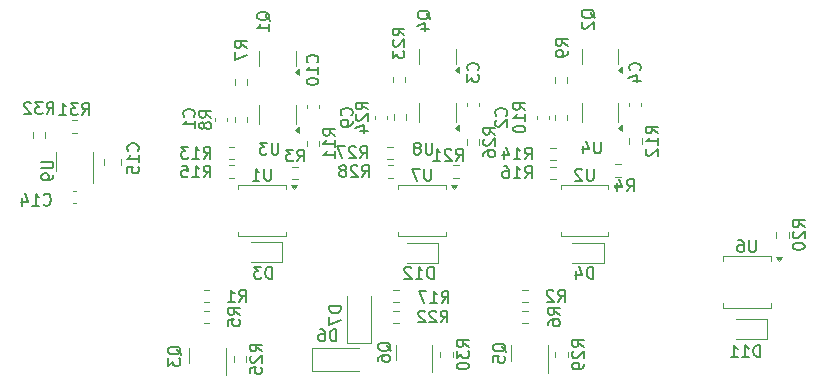
<source format=gbr>
%TF.GenerationSoftware,KiCad,Pcbnew,7.0.11-rc3*%
%TF.CreationDate,2025-03-16T23:30:22+08:00*%
%TF.ProjectId,SDC 2,53444320-322e-46b6-9963-61645f706362,rev?*%
%TF.SameCoordinates,Original*%
%TF.FileFunction,Legend,Bot*%
%TF.FilePolarity,Positive*%
%FSLAX46Y46*%
G04 Gerber Fmt 4.6, Leading zero omitted, Abs format (unit mm)*
G04 Created by KiCad (PCBNEW 7.0.11-rc3) date 2025-03-16 23:30:22*
%MOMM*%
%LPD*%
G01*
G04 APERTURE LIST*
%ADD10C,0.150000*%
%ADD11C,0.120000*%
G04 APERTURE END LIST*
D10*
X83584819Y-63432142D02*
X83108628Y-63098809D01*
X83584819Y-62860714D02*
X82584819Y-62860714D01*
X82584819Y-62860714D02*
X82584819Y-63241666D01*
X82584819Y-63241666D02*
X82632438Y-63336904D01*
X82632438Y-63336904D02*
X82680057Y-63384523D01*
X82680057Y-63384523D02*
X82775295Y-63432142D01*
X82775295Y-63432142D02*
X82918152Y-63432142D01*
X82918152Y-63432142D02*
X83013390Y-63384523D01*
X83013390Y-63384523D02*
X83061009Y-63336904D01*
X83061009Y-63336904D02*
X83108628Y-63241666D01*
X83108628Y-63241666D02*
X83108628Y-62860714D01*
X82680057Y-63813095D02*
X82632438Y-63860714D01*
X82632438Y-63860714D02*
X82584819Y-63955952D01*
X82584819Y-63955952D02*
X82584819Y-64194047D01*
X82584819Y-64194047D02*
X82632438Y-64289285D01*
X82632438Y-64289285D02*
X82680057Y-64336904D01*
X82680057Y-64336904D02*
X82775295Y-64384523D01*
X82775295Y-64384523D02*
X82870533Y-64384523D01*
X82870533Y-64384523D02*
X83013390Y-64336904D01*
X83013390Y-64336904D02*
X83584819Y-63765476D01*
X83584819Y-63765476D02*
X83584819Y-64384523D01*
X82918152Y-65241666D02*
X83584819Y-65241666D01*
X82537200Y-65003571D02*
X83251485Y-64765476D01*
X83251485Y-64765476D02*
X83251485Y-65384523D01*
X64109580Y-66932142D02*
X64157200Y-66884523D01*
X64157200Y-66884523D02*
X64204819Y-66741666D01*
X64204819Y-66741666D02*
X64204819Y-66646428D01*
X64204819Y-66646428D02*
X64157200Y-66503571D01*
X64157200Y-66503571D02*
X64061961Y-66408333D01*
X64061961Y-66408333D02*
X63966723Y-66360714D01*
X63966723Y-66360714D02*
X63776247Y-66313095D01*
X63776247Y-66313095D02*
X63633390Y-66313095D01*
X63633390Y-66313095D02*
X63442914Y-66360714D01*
X63442914Y-66360714D02*
X63347676Y-66408333D01*
X63347676Y-66408333D02*
X63252438Y-66503571D01*
X63252438Y-66503571D02*
X63204819Y-66646428D01*
X63204819Y-66646428D02*
X63204819Y-66741666D01*
X63204819Y-66741666D02*
X63252438Y-66884523D01*
X63252438Y-66884523D02*
X63300057Y-66932142D01*
X64204819Y-67884523D02*
X64204819Y-67313095D01*
X64204819Y-67598809D02*
X63204819Y-67598809D01*
X63204819Y-67598809D02*
X63347676Y-67503571D01*
X63347676Y-67503571D02*
X63442914Y-67408333D01*
X63442914Y-67408333D02*
X63490533Y-67313095D01*
X63204819Y-68789285D02*
X63204819Y-68313095D01*
X63204819Y-68313095D02*
X63681009Y-68265476D01*
X63681009Y-68265476D02*
X63633390Y-68313095D01*
X63633390Y-68313095D02*
X63585771Y-68408333D01*
X63585771Y-68408333D02*
X63585771Y-68646428D01*
X63585771Y-68646428D02*
X63633390Y-68741666D01*
X63633390Y-68741666D02*
X63681009Y-68789285D01*
X63681009Y-68789285D02*
X63776247Y-68836904D01*
X63776247Y-68836904D02*
X64014342Y-68836904D01*
X64014342Y-68836904D02*
X64109580Y-68789285D01*
X64109580Y-68789285D02*
X64157200Y-68741666D01*
X64157200Y-68741666D02*
X64204819Y-68646428D01*
X64204819Y-68646428D02*
X64204819Y-68408333D01*
X64204819Y-68408333D02*
X64157200Y-68313095D01*
X64157200Y-68313095D02*
X64109580Y-68265476D01*
X82209580Y-63933333D02*
X82257200Y-63885714D01*
X82257200Y-63885714D02*
X82304819Y-63742857D01*
X82304819Y-63742857D02*
X82304819Y-63647619D01*
X82304819Y-63647619D02*
X82257200Y-63504762D01*
X82257200Y-63504762D02*
X82161961Y-63409524D01*
X82161961Y-63409524D02*
X82066723Y-63361905D01*
X82066723Y-63361905D02*
X81876247Y-63314286D01*
X81876247Y-63314286D02*
X81733390Y-63314286D01*
X81733390Y-63314286D02*
X81542914Y-63361905D01*
X81542914Y-63361905D02*
X81447676Y-63409524D01*
X81447676Y-63409524D02*
X81352438Y-63504762D01*
X81352438Y-63504762D02*
X81304819Y-63647619D01*
X81304819Y-63647619D02*
X81304819Y-63742857D01*
X81304819Y-63742857D02*
X81352438Y-63885714D01*
X81352438Y-63885714D02*
X81400057Y-63933333D01*
X82304819Y-64409524D02*
X82304819Y-64600000D01*
X82304819Y-64600000D02*
X82257200Y-64695238D01*
X82257200Y-64695238D02*
X82209580Y-64742857D01*
X82209580Y-64742857D02*
X82066723Y-64838095D01*
X82066723Y-64838095D02*
X81876247Y-64885714D01*
X81876247Y-64885714D02*
X81495295Y-64885714D01*
X81495295Y-64885714D02*
X81400057Y-64838095D01*
X81400057Y-64838095D02*
X81352438Y-64790476D01*
X81352438Y-64790476D02*
X81304819Y-64695238D01*
X81304819Y-64695238D02*
X81304819Y-64504762D01*
X81304819Y-64504762D02*
X81352438Y-64409524D01*
X81352438Y-64409524D02*
X81400057Y-64361905D01*
X81400057Y-64361905D02*
X81495295Y-64314286D01*
X81495295Y-64314286D02*
X81733390Y-64314286D01*
X81733390Y-64314286D02*
X81828628Y-64361905D01*
X81828628Y-64361905D02*
X81876247Y-64409524D01*
X81876247Y-64409524D02*
X81923866Y-64504762D01*
X81923866Y-64504762D02*
X81923866Y-64695238D01*
X81923866Y-64695238D02*
X81876247Y-64790476D01*
X81876247Y-64790476D02*
X81828628Y-64838095D01*
X81828628Y-64838095D02*
X81733390Y-64885714D01*
X69692857Y-67592319D02*
X70026190Y-67116128D01*
X70264285Y-67592319D02*
X70264285Y-66592319D01*
X70264285Y-66592319D02*
X69883333Y-66592319D01*
X69883333Y-66592319D02*
X69788095Y-66639938D01*
X69788095Y-66639938D02*
X69740476Y-66687557D01*
X69740476Y-66687557D02*
X69692857Y-66782795D01*
X69692857Y-66782795D02*
X69692857Y-66925652D01*
X69692857Y-66925652D02*
X69740476Y-67020890D01*
X69740476Y-67020890D02*
X69788095Y-67068509D01*
X69788095Y-67068509D02*
X69883333Y-67116128D01*
X69883333Y-67116128D02*
X70264285Y-67116128D01*
X68740476Y-67592319D02*
X69311904Y-67592319D01*
X69026190Y-67592319D02*
X69026190Y-66592319D01*
X69026190Y-66592319D02*
X69121428Y-66735176D01*
X69121428Y-66735176D02*
X69216666Y-66830414D01*
X69216666Y-66830414D02*
X69311904Y-66878033D01*
X68407142Y-66592319D02*
X67788095Y-66592319D01*
X67788095Y-66592319D02*
X68121428Y-66973271D01*
X68121428Y-66973271D02*
X67978571Y-66973271D01*
X67978571Y-66973271D02*
X67883333Y-67020890D01*
X67883333Y-67020890D02*
X67835714Y-67068509D01*
X67835714Y-67068509D02*
X67788095Y-67163747D01*
X67788095Y-67163747D02*
X67788095Y-67401842D01*
X67788095Y-67401842D02*
X67835714Y-67497080D01*
X67835714Y-67497080D02*
X67883333Y-67544700D01*
X67883333Y-67544700D02*
X67978571Y-67592319D01*
X67978571Y-67592319D02*
X68264285Y-67592319D01*
X68264285Y-67592319D02*
X68359523Y-67544700D01*
X68359523Y-67544700D02*
X68407142Y-67497080D01*
X92134819Y-83532142D02*
X91658628Y-83198809D01*
X92134819Y-82960714D02*
X91134819Y-82960714D01*
X91134819Y-82960714D02*
X91134819Y-83341666D01*
X91134819Y-83341666D02*
X91182438Y-83436904D01*
X91182438Y-83436904D02*
X91230057Y-83484523D01*
X91230057Y-83484523D02*
X91325295Y-83532142D01*
X91325295Y-83532142D02*
X91468152Y-83532142D01*
X91468152Y-83532142D02*
X91563390Y-83484523D01*
X91563390Y-83484523D02*
X91611009Y-83436904D01*
X91611009Y-83436904D02*
X91658628Y-83341666D01*
X91658628Y-83341666D02*
X91658628Y-82960714D01*
X91134819Y-83865476D02*
X91134819Y-84484523D01*
X91134819Y-84484523D02*
X91515771Y-84151190D01*
X91515771Y-84151190D02*
X91515771Y-84294047D01*
X91515771Y-84294047D02*
X91563390Y-84389285D01*
X91563390Y-84389285D02*
X91611009Y-84436904D01*
X91611009Y-84436904D02*
X91706247Y-84484523D01*
X91706247Y-84484523D02*
X91944342Y-84484523D01*
X91944342Y-84484523D02*
X92039580Y-84436904D01*
X92039580Y-84436904D02*
X92087200Y-84389285D01*
X92087200Y-84389285D02*
X92134819Y-84294047D01*
X92134819Y-84294047D02*
X92134819Y-84008333D01*
X92134819Y-84008333D02*
X92087200Y-83913095D01*
X92087200Y-83913095D02*
X92039580Y-83865476D01*
X91134819Y-85103571D02*
X91134819Y-85198809D01*
X91134819Y-85198809D02*
X91182438Y-85294047D01*
X91182438Y-85294047D02*
X91230057Y-85341666D01*
X91230057Y-85341666D02*
X91325295Y-85389285D01*
X91325295Y-85389285D02*
X91515771Y-85436904D01*
X91515771Y-85436904D02*
X91753866Y-85436904D01*
X91753866Y-85436904D02*
X91944342Y-85389285D01*
X91944342Y-85389285D02*
X92039580Y-85341666D01*
X92039580Y-85341666D02*
X92087200Y-85294047D01*
X92087200Y-85294047D02*
X92134819Y-85198809D01*
X92134819Y-85198809D02*
X92134819Y-85103571D01*
X92134819Y-85103571D02*
X92087200Y-85008333D01*
X92087200Y-85008333D02*
X92039580Y-84960714D01*
X92039580Y-84960714D02*
X91944342Y-84913095D01*
X91944342Y-84913095D02*
X91753866Y-84865476D01*
X91753866Y-84865476D02*
X91515771Y-84865476D01*
X91515771Y-84865476D02*
X91325295Y-84913095D01*
X91325295Y-84913095D02*
X91230057Y-84960714D01*
X91230057Y-84960714D02*
X91182438Y-85008333D01*
X91182438Y-85008333D02*
X91134819Y-85103571D01*
X102800057Y-55704761D02*
X102752438Y-55609523D01*
X102752438Y-55609523D02*
X102657200Y-55514285D01*
X102657200Y-55514285D02*
X102514342Y-55371428D01*
X102514342Y-55371428D02*
X102466723Y-55276190D01*
X102466723Y-55276190D02*
X102466723Y-55180952D01*
X102704819Y-55228571D02*
X102657200Y-55133333D01*
X102657200Y-55133333D02*
X102561961Y-55038095D01*
X102561961Y-55038095D02*
X102371485Y-54990476D01*
X102371485Y-54990476D02*
X102038152Y-54990476D01*
X102038152Y-54990476D02*
X101847676Y-55038095D01*
X101847676Y-55038095D02*
X101752438Y-55133333D01*
X101752438Y-55133333D02*
X101704819Y-55228571D01*
X101704819Y-55228571D02*
X101704819Y-55419047D01*
X101704819Y-55419047D02*
X101752438Y-55514285D01*
X101752438Y-55514285D02*
X101847676Y-55609523D01*
X101847676Y-55609523D02*
X102038152Y-55657142D01*
X102038152Y-55657142D02*
X102371485Y-55657142D01*
X102371485Y-55657142D02*
X102561961Y-55609523D01*
X102561961Y-55609523D02*
X102657200Y-55514285D01*
X102657200Y-55514285D02*
X102704819Y-55419047D01*
X102704819Y-55419047D02*
X102704819Y-55228571D01*
X101800057Y-56038095D02*
X101752438Y-56085714D01*
X101752438Y-56085714D02*
X101704819Y-56180952D01*
X101704819Y-56180952D02*
X101704819Y-56419047D01*
X101704819Y-56419047D02*
X101752438Y-56514285D01*
X101752438Y-56514285D02*
X101800057Y-56561904D01*
X101800057Y-56561904D02*
X101895295Y-56609523D01*
X101895295Y-56609523D02*
X101990533Y-56609523D01*
X101990533Y-56609523D02*
X102133390Y-56561904D01*
X102133390Y-56561904D02*
X102704819Y-55990476D01*
X102704819Y-55990476D02*
X102704819Y-56609523D01*
X100504819Y-58033333D02*
X100028628Y-57700000D01*
X100504819Y-57461905D02*
X99504819Y-57461905D01*
X99504819Y-57461905D02*
X99504819Y-57842857D01*
X99504819Y-57842857D02*
X99552438Y-57938095D01*
X99552438Y-57938095D02*
X99600057Y-57985714D01*
X99600057Y-57985714D02*
X99695295Y-58033333D01*
X99695295Y-58033333D02*
X99838152Y-58033333D01*
X99838152Y-58033333D02*
X99933390Y-57985714D01*
X99933390Y-57985714D02*
X99981009Y-57938095D01*
X99981009Y-57938095D02*
X100028628Y-57842857D01*
X100028628Y-57842857D02*
X100028628Y-57461905D01*
X100504819Y-58509524D02*
X100504819Y-58700000D01*
X100504819Y-58700000D02*
X100457200Y-58795238D01*
X100457200Y-58795238D02*
X100409580Y-58842857D01*
X100409580Y-58842857D02*
X100266723Y-58938095D01*
X100266723Y-58938095D02*
X100076247Y-58985714D01*
X100076247Y-58985714D02*
X99695295Y-58985714D01*
X99695295Y-58985714D02*
X99600057Y-58938095D01*
X99600057Y-58938095D02*
X99552438Y-58890476D01*
X99552438Y-58890476D02*
X99504819Y-58795238D01*
X99504819Y-58795238D02*
X99504819Y-58604762D01*
X99504819Y-58604762D02*
X99552438Y-58509524D01*
X99552438Y-58509524D02*
X99600057Y-58461905D01*
X99600057Y-58461905D02*
X99695295Y-58414286D01*
X99695295Y-58414286D02*
X99933390Y-58414286D01*
X99933390Y-58414286D02*
X100028628Y-58461905D01*
X100028628Y-58461905D02*
X100076247Y-58509524D01*
X100076247Y-58509524D02*
X100123866Y-58604762D01*
X100123866Y-58604762D02*
X100123866Y-58795238D01*
X100123866Y-58795238D02*
X100076247Y-58890476D01*
X100076247Y-58890476D02*
X100028628Y-58938095D01*
X100028628Y-58938095D02*
X99933390Y-58985714D01*
X81304819Y-80111905D02*
X80304819Y-80111905D01*
X80304819Y-80111905D02*
X80304819Y-80350000D01*
X80304819Y-80350000D02*
X80352438Y-80492857D01*
X80352438Y-80492857D02*
X80447676Y-80588095D01*
X80447676Y-80588095D02*
X80542914Y-80635714D01*
X80542914Y-80635714D02*
X80733390Y-80683333D01*
X80733390Y-80683333D02*
X80876247Y-80683333D01*
X80876247Y-80683333D02*
X81066723Y-80635714D01*
X81066723Y-80635714D02*
X81161961Y-80588095D01*
X81161961Y-80588095D02*
X81257200Y-80492857D01*
X81257200Y-80492857D02*
X81304819Y-80350000D01*
X81304819Y-80350000D02*
X81304819Y-80111905D01*
X80304819Y-81016667D02*
X80304819Y-81683333D01*
X80304819Y-81683333D02*
X81304819Y-81254762D01*
X83092857Y-69154819D02*
X83426190Y-68678628D01*
X83664285Y-69154819D02*
X83664285Y-68154819D01*
X83664285Y-68154819D02*
X83283333Y-68154819D01*
X83283333Y-68154819D02*
X83188095Y-68202438D01*
X83188095Y-68202438D02*
X83140476Y-68250057D01*
X83140476Y-68250057D02*
X83092857Y-68345295D01*
X83092857Y-68345295D02*
X83092857Y-68488152D01*
X83092857Y-68488152D02*
X83140476Y-68583390D01*
X83140476Y-68583390D02*
X83188095Y-68631009D01*
X83188095Y-68631009D02*
X83283333Y-68678628D01*
X83283333Y-68678628D02*
X83664285Y-68678628D01*
X82711904Y-68250057D02*
X82664285Y-68202438D01*
X82664285Y-68202438D02*
X82569047Y-68154819D01*
X82569047Y-68154819D02*
X82330952Y-68154819D01*
X82330952Y-68154819D02*
X82235714Y-68202438D01*
X82235714Y-68202438D02*
X82188095Y-68250057D01*
X82188095Y-68250057D02*
X82140476Y-68345295D01*
X82140476Y-68345295D02*
X82140476Y-68440533D01*
X82140476Y-68440533D02*
X82188095Y-68583390D01*
X82188095Y-68583390D02*
X82759523Y-69154819D01*
X82759523Y-69154819D02*
X82140476Y-69154819D01*
X81569047Y-68583390D02*
X81664285Y-68535771D01*
X81664285Y-68535771D02*
X81711904Y-68488152D01*
X81711904Y-68488152D02*
X81759523Y-68392914D01*
X81759523Y-68392914D02*
X81759523Y-68345295D01*
X81759523Y-68345295D02*
X81711904Y-68250057D01*
X81711904Y-68250057D02*
X81664285Y-68202438D01*
X81664285Y-68202438D02*
X81569047Y-68154819D01*
X81569047Y-68154819D02*
X81378571Y-68154819D01*
X81378571Y-68154819D02*
X81283333Y-68202438D01*
X81283333Y-68202438D02*
X81235714Y-68250057D01*
X81235714Y-68250057D02*
X81188095Y-68345295D01*
X81188095Y-68345295D02*
X81188095Y-68392914D01*
X81188095Y-68392914D02*
X81235714Y-68488152D01*
X81235714Y-68488152D02*
X81283333Y-68535771D01*
X81283333Y-68535771D02*
X81378571Y-68583390D01*
X81378571Y-68583390D02*
X81569047Y-68583390D01*
X81569047Y-68583390D02*
X81664285Y-68631009D01*
X81664285Y-68631009D02*
X81711904Y-68678628D01*
X81711904Y-68678628D02*
X81759523Y-68773866D01*
X81759523Y-68773866D02*
X81759523Y-68964342D01*
X81759523Y-68964342D02*
X81711904Y-69059580D01*
X81711904Y-69059580D02*
X81664285Y-69107200D01*
X81664285Y-69107200D02*
X81569047Y-69154819D01*
X81569047Y-69154819D02*
X81378571Y-69154819D01*
X81378571Y-69154819D02*
X81283333Y-69107200D01*
X81283333Y-69107200D02*
X81235714Y-69059580D01*
X81235714Y-69059580D02*
X81188095Y-68964342D01*
X81188095Y-68964342D02*
X81188095Y-68773866D01*
X81188095Y-68773866D02*
X81235714Y-68678628D01*
X81235714Y-68678628D02*
X81283333Y-68631009D01*
X81283333Y-68631009D02*
X81378571Y-68583390D01*
X88961904Y-68454819D02*
X88961904Y-69264342D01*
X88961904Y-69264342D02*
X88914285Y-69359580D01*
X88914285Y-69359580D02*
X88866666Y-69407200D01*
X88866666Y-69407200D02*
X88771428Y-69454819D01*
X88771428Y-69454819D02*
X88580952Y-69454819D01*
X88580952Y-69454819D02*
X88485714Y-69407200D01*
X88485714Y-69407200D02*
X88438095Y-69359580D01*
X88438095Y-69359580D02*
X88390476Y-69264342D01*
X88390476Y-69264342D02*
X88390476Y-68454819D01*
X88009523Y-68454819D02*
X87342857Y-68454819D01*
X87342857Y-68454819D02*
X87771428Y-69454819D01*
X108134819Y-65457142D02*
X107658628Y-65123809D01*
X108134819Y-64885714D02*
X107134819Y-64885714D01*
X107134819Y-64885714D02*
X107134819Y-65266666D01*
X107134819Y-65266666D02*
X107182438Y-65361904D01*
X107182438Y-65361904D02*
X107230057Y-65409523D01*
X107230057Y-65409523D02*
X107325295Y-65457142D01*
X107325295Y-65457142D02*
X107468152Y-65457142D01*
X107468152Y-65457142D02*
X107563390Y-65409523D01*
X107563390Y-65409523D02*
X107611009Y-65361904D01*
X107611009Y-65361904D02*
X107658628Y-65266666D01*
X107658628Y-65266666D02*
X107658628Y-64885714D01*
X108134819Y-66409523D02*
X108134819Y-65838095D01*
X108134819Y-66123809D02*
X107134819Y-66123809D01*
X107134819Y-66123809D02*
X107277676Y-66028571D01*
X107277676Y-66028571D02*
X107372914Y-65933333D01*
X107372914Y-65933333D02*
X107420533Y-65838095D01*
X107230057Y-66790476D02*
X107182438Y-66838095D01*
X107182438Y-66838095D02*
X107134819Y-66933333D01*
X107134819Y-66933333D02*
X107134819Y-67171428D01*
X107134819Y-67171428D02*
X107182438Y-67266666D01*
X107182438Y-67266666D02*
X107230057Y-67314285D01*
X107230057Y-67314285D02*
X107325295Y-67361904D01*
X107325295Y-67361904D02*
X107420533Y-67361904D01*
X107420533Y-67361904D02*
X107563390Y-67314285D01*
X107563390Y-67314285D02*
X108134819Y-66742857D01*
X108134819Y-66742857D02*
X108134819Y-67361904D01*
X89164285Y-77754819D02*
X89164285Y-76754819D01*
X89164285Y-76754819D02*
X88926190Y-76754819D01*
X88926190Y-76754819D02*
X88783333Y-76802438D01*
X88783333Y-76802438D02*
X88688095Y-76897676D01*
X88688095Y-76897676D02*
X88640476Y-76992914D01*
X88640476Y-76992914D02*
X88592857Y-77183390D01*
X88592857Y-77183390D02*
X88592857Y-77326247D01*
X88592857Y-77326247D02*
X88640476Y-77516723D01*
X88640476Y-77516723D02*
X88688095Y-77611961D01*
X88688095Y-77611961D02*
X88783333Y-77707200D01*
X88783333Y-77707200D02*
X88926190Y-77754819D01*
X88926190Y-77754819D02*
X89164285Y-77754819D01*
X87640476Y-77754819D02*
X88211904Y-77754819D01*
X87926190Y-77754819D02*
X87926190Y-76754819D01*
X87926190Y-76754819D02*
X88021428Y-76897676D01*
X88021428Y-76897676D02*
X88116666Y-76992914D01*
X88116666Y-76992914D02*
X88211904Y-77040533D01*
X87259523Y-76850057D02*
X87211904Y-76802438D01*
X87211904Y-76802438D02*
X87116666Y-76754819D01*
X87116666Y-76754819D02*
X86878571Y-76754819D01*
X86878571Y-76754819D02*
X86783333Y-76802438D01*
X86783333Y-76802438D02*
X86735714Y-76850057D01*
X86735714Y-76850057D02*
X86688095Y-76945295D01*
X86688095Y-76945295D02*
X86688095Y-77040533D01*
X86688095Y-77040533D02*
X86735714Y-77183390D01*
X86735714Y-77183390D02*
X87307142Y-77754819D01*
X87307142Y-77754819D02*
X86688095Y-77754819D01*
X96892857Y-67654819D02*
X97226190Y-67178628D01*
X97464285Y-67654819D02*
X97464285Y-66654819D01*
X97464285Y-66654819D02*
X97083333Y-66654819D01*
X97083333Y-66654819D02*
X96988095Y-66702438D01*
X96988095Y-66702438D02*
X96940476Y-66750057D01*
X96940476Y-66750057D02*
X96892857Y-66845295D01*
X96892857Y-66845295D02*
X96892857Y-66988152D01*
X96892857Y-66988152D02*
X96940476Y-67083390D01*
X96940476Y-67083390D02*
X96988095Y-67131009D01*
X96988095Y-67131009D02*
X97083333Y-67178628D01*
X97083333Y-67178628D02*
X97464285Y-67178628D01*
X95940476Y-67654819D02*
X96511904Y-67654819D01*
X96226190Y-67654819D02*
X96226190Y-66654819D01*
X96226190Y-66654819D02*
X96321428Y-66797676D01*
X96321428Y-66797676D02*
X96416666Y-66892914D01*
X96416666Y-66892914D02*
X96511904Y-66940533D01*
X95083333Y-66988152D02*
X95083333Y-67654819D01*
X95321428Y-66607200D02*
X95559523Y-67321485D01*
X95559523Y-67321485D02*
X94940476Y-67321485D01*
X86684819Y-57157142D02*
X86208628Y-56823809D01*
X86684819Y-56585714D02*
X85684819Y-56585714D01*
X85684819Y-56585714D02*
X85684819Y-56966666D01*
X85684819Y-56966666D02*
X85732438Y-57061904D01*
X85732438Y-57061904D02*
X85780057Y-57109523D01*
X85780057Y-57109523D02*
X85875295Y-57157142D01*
X85875295Y-57157142D02*
X86018152Y-57157142D01*
X86018152Y-57157142D02*
X86113390Y-57109523D01*
X86113390Y-57109523D02*
X86161009Y-57061904D01*
X86161009Y-57061904D02*
X86208628Y-56966666D01*
X86208628Y-56966666D02*
X86208628Y-56585714D01*
X85780057Y-57538095D02*
X85732438Y-57585714D01*
X85732438Y-57585714D02*
X85684819Y-57680952D01*
X85684819Y-57680952D02*
X85684819Y-57919047D01*
X85684819Y-57919047D02*
X85732438Y-58014285D01*
X85732438Y-58014285D02*
X85780057Y-58061904D01*
X85780057Y-58061904D02*
X85875295Y-58109523D01*
X85875295Y-58109523D02*
X85970533Y-58109523D01*
X85970533Y-58109523D02*
X86113390Y-58061904D01*
X86113390Y-58061904D02*
X86684819Y-57490476D01*
X86684819Y-57490476D02*
X86684819Y-58109523D01*
X85684819Y-58442857D02*
X85684819Y-59061904D01*
X85684819Y-59061904D02*
X86065771Y-58728571D01*
X86065771Y-58728571D02*
X86065771Y-58871428D01*
X86065771Y-58871428D02*
X86113390Y-58966666D01*
X86113390Y-58966666D02*
X86161009Y-59014285D01*
X86161009Y-59014285D02*
X86256247Y-59061904D01*
X86256247Y-59061904D02*
X86494342Y-59061904D01*
X86494342Y-59061904D02*
X86589580Y-59014285D01*
X86589580Y-59014285D02*
X86637200Y-58966666D01*
X86637200Y-58966666D02*
X86684819Y-58871428D01*
X86684819Y-58871428D02*
X86684819Y-58585714D01*
X86684819Y-58585714D02*
X86637200Y-58490476D01*
X86637200Y-58490476D02*
X86589580Y-58442857D01*
X55954819Y-67850595D02*
X56764342Y-67850595D01*
X56764342Y-67850595D02*
X56859580Y-67898214D01*
X56859580Y-67898214D02*
X56907200Y-67945833D01*
X56907200Y-67945833D02*
X56954819Y-68041071D01*
X56954819Y-68041071D02*
X56954819Y-68231547D01*
X56954819Y-68231547D02*
X56907200Y-68326785D01*
X56907200Y-68326785D02*
X56859580Y-68374404D01*
X56859580Y-68374404D02*
X56764342Y-68422023D01*
X56764342Y-68422023D02*
X55954819Y-68422023D01*
X56954819Y-68945833D02*
X56954819Y-69136309D01*
X56954819Y-69136309D02*
X56907200Y-69231547D01*
X56907200Y-69231547D02*
X56859580Y-69279166D01*
X56859580Y-69279166D02*
X56716723Y-69374404D01*
X56716723Y-69374404D02*
X56526247Y-69422023D01*
X56526247Y-69422023D02*
X56145295Y-69422023D01*
X56145295Y-69422023D02*
X56050057Y-69374404D01*
X56050057Y-69374404D02*
X56002438Y-69326785D01*
X56002438Y-69326785D02*
X55954819Y-69231547D01*
X55954819Y-69231547D02*
X55954819Y-69041071D01*
X55954819Y-69041071D02*
X56002438Y-68945833D01*
X56002438Y-68945833D02*
X56050057Y-68898214D01*
X56050057Y-68898214D02*
X56145295Y-68850595D01*
X56145295Y-68850595D02*
X56383390Y-68850595D01*
X56383390Y-68850595D02*
X56478628Y-68898214D01*
X56478628Y-68898214D02*
X56526247Y-68945833D01*
X56526247Y-68945833D02*
X56573866Y-69041071D01*
X56573866Y-69041071D02*
X56573866Y-69231547D01*
X56573866Y-69231547D02*
X56526247Y-69326785D01*
X56526247Y-69326785D02*
X56478628Y-69374404D01*
X56478628Y-69374404D02*
X56383390Y-69422023D01*
X96892857Y-69254819D02*
X97226190Y-68778628D01*
X97464285Y-69254819D02*
X97464285Y-68254819D01*
X97464285Y-68254819D02*
X97083333Y-68254819D01*
X97083333Y-68254819D02*
X96988095Y-68302438D01*
X96988095Y-68302438D02*
X96940476Y-68350057D01*
X96940476Y-68350057D02*
X96892857Y-68445295D01*
X96892857Y-68445295D02*
X96892857Y-68588152D01*
X96892857Y-68588152D02*
X96940476Y-68683390D01*
X96940476Y-68683390D02*
X96988095Y-68731009D01*
X96988095Y-68731009D02*
X97083333Y-68778628D01*
X97083333Y-68778628D02*
X97464285Y-68778628D01*
X95940476Y-69254819D02*
X96511904Y-69254819D01*
X96226190Y-69254819D02*
X96226190Y-68254819D01*
X96226190Y-68254819D02*
X96321428Y-68397676D01*
X96321428Y-68397676D02*
X96416666Y-68492914D01*
X96416666Y-68492914D02*
X96511904Y-68540533D01*
X95083333Y-68254819D02*
X95273809Y-68254819D01*
X95273809Y-68254819D02*
X95369047Y-68302438D01*
X95369047Y-68302438D02*
X95416666Y-68350057D01*
X95416666Y-68350057D02*
X95511904Y-68492914D01*
X95511904Y-68492914D02*
X95559523Y-68683390D01*
X95559523Y-68683390D02*
X95559523Y-69064342D01*
X95559523Y-69064342D02*
X95511904Y-69159580D01*
X95511904Y-69159580D02*
X95464285Y-69207200D01*
X95464285Y-69207200D02*
X95369047Y-69254819D01*
X95369047Y-69254819D02*
X95178571Y-69254819D01*
X95178571Y-69254819D02*
X95083333Y-69207200D01*
X95083333Y-69207200D02*
X95035714Y-69159580D01*
X95035714Y-69159580D02*
X94988095Y-69064342D01*
X94988095Y-69064342D02*
X94988095Y-68826247D01*
X94988095Y-68826247D02*
X95035714Y-68731009D01*
X95035714Y-68731009D02*
X95083333Y-68683390D01*
X95083333Y-68683390D02*
X95178571Y-68635771D01*
X95178571Y-68635771D02*
X95369047Y-68635771D01*
X95369047Y-68635771D02*
X95464285Y-68683390D01*
X95464285Y-68683390D02*
X95511904Y-68731009D01*
X95511904Y-68731009D02*
X95559523Y-68826247D01*
X102711904Y-68454819D02*
X102711904Y-69264342D01*
X102711904Y-69264342D02*
X102664285Y-69359580D01*
X102664285Y-69359580D02*
X102616666Y-69407200D01*
X102616666Y-69407200D02*
X102521428Y-69454819D01*
X102521428Y-69454819D02*
X102330952Y-69454819D01*
X102330952Y-69454819D02*
X102235714Y-69407200D01*
X102235714Y-69407200D02*
X102188095Y-69359580D01*
X102188095Y-69359580D02*
X102140476Y-69264342D01*
X102140476Y-69264342D02*
X102140476Y-68454819D01*
X101711904Y-68550057D02*
X101664285Y-68502438D01*
X101664285Y-68502438D02*
X101569047Y-68454819D01*
X101569047Y-68454819D02*
X101330952Y-68454819D01*
X101330952Y-68454819D02*
X101235714Y-68502438D01*
X101235714Y-68502438D02*
X101188095Y-68550057D01*
X101188095Y-68550057D02*
X101140476Y-68645295D01*
X101140476Y-68645295D02*
X101140476Y-68740533D01*
X101140476Y-68740533D02*
X101188095Y-68883390D01*
X101188095Y-68883390D02*
X101759523Y-69454819D01*
X101759523Y-69454819D02*
X101140476Y-69454819D01*
X95295900Y-63945833D02*
X95343520Y-63898214D01*
X95343520Y-63898214D02*
X95391139Y-63755357D01*
X95391139Y-63755357D02*
X95391139Y-63660119D01*
X95391139Y-63660119D02*
X95343520Y-63517262D01*
X95343520Y-63517262D02*
X95248281Y-63422024D01*
X95248281Y-63422024D02*
X95153043Y-63374405D01*
X95153043Y-63374405D02*
X94962567Y-63326786D01*
X94962567Y-63326786D02*
X94819710Y-63326786D01*
X94819710Y-63326786D02*
X94629234Y-63374405D01*
X94629234Y-63374405D02*
X94533996Y-63422024D01*
X94533996Y-63422024D02*
X94438758Y-63517262D01*
X94438758Y-63517262D02*
X94391139Y-63660119D01*
X94391139Y-63660119D02*
X94391139Y-63755357D01*
X94391139Y-63755357D02*
X94438758Y-63898214D01*
X94438758Y-63898214D02*
X94486377Y-63945833D01*
X94486377Y-64326786D02*
X94438758Y-64374405D01*
X94438758Y-64374405D02*
X94391139Y-64469643D01*
X94391139Y-64469643D02*
X94391139Y-64707738D01*
X94391139Y-64707738D02*
X94438758Y-64802976D01*
X94438758Y-64802976D02*
X94486377Y-64850595D01*
X94486377Y-64850595D02*
X94581615Y-64898214D01*
X94581615Y-64898214D02*
X94676853Y-64898214D01*
X94676853Y-64898214D02*
X94819710Y-64850595D01*
X94819710Y-64850595D02*
X95391139Y-64279167D01*
X95391139Y-64279167D02*
X95391139Y-64898214D01*
X99854819Y-80833333D02*
X99378628Y-80500000D01*
X99854819Y-80261905D02*
X98854819Y-80261905D01*
X98854819Y-80261905D02*
X98854819Y-80642857D01*
X98854819Y-80642857D02*
X98902438Y-80738095D01*
X98902438Y-80738095D02*
X98950057Y-80785714D01*
X98950057Y-80785714D02*
X99045295Y-80833333D01*
X99045295Y-80833333D02*
X99188152Y-80833333D01*
X99188152Y-80833333D02*
X99283390Y-80785714D01*
X99283390Y-80785714D02*
X99331009Y-80738095D01*
X99331009Y-80738095D02*
X99378628Y-80642857D01*
X99378628Y-80642857D02*
X99378628Y-80261905D01*
X98854819Y-81690476D02*
X98854819Y-81500000D01*
X98854819Y-81500000D02*
X98902438Y-81404762D01*
X98902438Y-81404762D02*
X98950057Y-81357143D01*
X98950057Y-81357143D02*
X99092914Y-81261905D01*
X99092914Y-81261905D02*
X99283390Y-81214286D01*
X99283390Y-81214286D02*
X99664342Y-81214286D01*
X99664342Y-81214286D02*
X99759580Y-81261905D01*
X99759580Y-81261905D02*
X99807200Y-81309524D01*
X99807200Y-81309524D02*
X99854819Y-81404762D01*
X99854819Y-81404762D02*
X99854819Y-81595238D01*
X99854819Y-81595238D02*
X99807200Y-81690476D01*
X99807200Y-81690476D02*
X99759580Y-81738095D01*
X99759580Y-81738095D02*
X99664342Y-81785714D01*
X99664342Y-81785714D02*
X99426247Y-81785714D01*
X99426247Y-81785714D02*
X99331009Y-81738095D01*
X99331009Y-81738095D02*
X99283390Y-81690476D01*
X99283390Y-81690476D02*
X99235771Y-81595238D01*
X99235771Y-81595238D02*
X99235771Y-81404762D01*
X99235771Y-81404762D02*
X99283390Y-81309524D01*
X99283390Y-81309524D02*
X99331009Y-81261905D01*
X99331009Y-81261905D02*
X99426247Y-81214286D01*
X72691666Y-79704819D02*
X73024999Y-79228628D01*
X73263094Y-79704819D02*
X73263094Y-78704819D01*
X73263094Y-78704819D02*
X72882142Y-78704819D01*
X72882142Y-78704819D02*
X72786904Y-78752438D01*
X72786904Y-78752438D02*
X72739285Y-78800057D01*
X72739285Y-78800057D02*
X72691666Y-78895295D01*
X72691666Y-78895295D02*
X72691666Y-79038152D01*
X72691666Y-79038152D02*
X72739285Y-79133390D01*
X72739285Y-79133390D02*
X72786904Y-79181009D01*
X72786904Y-79181009D02*
X72882142Y-79228628D01*
X72882142Y-79228628D02*
X73263094Y-79228628D01*
X71739285Y-79704819D02*
X72310713Y-79704819D01*
X72024999Y-79704819D02*
X72024999Y-78704819D01*
X72024999Y-78704819D02*
X72120237Y-78847676D01*
X72120237Y-78847676D02*
X72215475Y-78942914D01*
X72215475Y-78942914D02*
X72310713Y-78990533D01*
X59392857Y-63887319D02*
X59726190Y-63411128D01*
X59964285Y-63887319D02*
X59964285Y-62887319D01*
X59964285Y-62887319D02*
X59583333Y-62887319D01*
X59583333Y-62887319D02*
X59488095Y-62934938D01*
X59488095Y-62934938D02*
X59440476Y-62982557D01*
X59440476Y-62982557D02*
X59392857Y-63077795D01*
X59392857Y-63077795D02*
X59392857Y-63220652D01*
X59392857Y-63220652D02*
X59440476Y-63315890D01*
X59440476Y-63315890D02*
X59488095Y-63363509D01*
X59488095Y-63363509D02*
X59583333Y-63411128D01*
X59583333Y-63411128D02*
X59964285Y-63411128D01*
X59059523Y-62887319D02*
X58440476Y-62887319D01*
X58440476Y-62887319D02*
X58773809Y-63268271D01*
X58773809Y-63268271D02*
X58630952Y-63268271D01*
X58630952Y-63268271D02*
X58535714Y-63315890D01*
X58535714Y-63315890D02*
X58488095Y-63363509D01*
X58488095Y-63363509D02*
X58440476Y-63458747D01*
X58440476Y-63458747D02*
X58440476Y-63696842D01*
X58440476Y-63696842D02*
X58488095Y-63792080D01*
X58488095Y-63792080D02*
X58535714Y-63839700D01*
X58535714Y-63839700D02*
X58630952Y-63887319D01*
X58630952Y-63887319D02*
X58916666Y-63887319D01*
X58916666Y-63887319D02*
X59011904Y-63839700D01*
X59011904Y-63839700D02*
X59059523Y-63792080D01*
X57488095Y-63887319D02*
X58059523Y-63887319D01*
X57773809Y-63887319D02*
X57773809Y-62887319D01*
X57773809Y-62887319D02*
X57869047Y-63030176D01*
X57869047Y-63030176D02*
X57964285Y-63125414D01*
X57964285Y-63125414D02*
X58059523Y-63173033D01*
X67800057Y-84217261D02*
X67752438Y-84122023D01*
X67752438Y-84122023D02*
X67657200Y-84026785D01*
X67657200Y-84026785D02*
X67514342Y-83883928D01*
X67514342Y-83883928D02*
X67466723Y-83788690D01*
X67466723Y-83788690D02*
X67466723Y-83693452D01*
X67704819Y-83741071D02*
X67657200Y-83645833D01*
X67657200Y-83645833D02*
X67561961Y-83550595D01*
X67561961Y-83550595D02*
X67371485Y-83502976D01*
X67371485Y-83502976D02*
X67038152Y-83502976D01*
X67038152Y-83502976D02*
X66847676Y-83550595D01*
X66847676Y-83550595D02*
X66752438Y-83645833D01*
X66752438Y-83645833D02*
X66704819Y-83741071D01*
X66704819Y-83741071D02*
X66704819Y-83931547D01*
X66704819Y-83931547D02*
X66752438Y-84026785D01*
X66752438Y-84026785D02*
X66847676Y-84122023D01*
X66847676Y-84122023D02*
X67038152Y-84169642D01*
X67038152Y-84169642D02*
X67371485Y-84169642D01*
X67371485Y-84169642D02*
X67561961Y-84122023D01*
X67561961Y-84122023D02*
X67657200Y-84026785D01*
X67657200Y-84026785D02*
X67704819Y-83931547D01*
X67704819Y-83931547D02*
X67704819Y-83741071D01*
X66704819Y-84502976D02*
X66704819Y-85122023D01*
X66704819Y-85122023D02*
X67085771Y-84788690D01*
X67085771Y-84788690D02*
X67085771Y-84931547D01*
X67085771Y-84931547D02*
X67133390Y-85026785D01*
X67133390Y-85026785D02*
X67181009Y-85074404D01*
X67181009Y-85074404D02*
X67276247Y-85122023D01*
X67276247Y-85122023D02*
X67514342Y-85122023D01*
X67514342Y-85122023D02*
X67609580Y-85074404D01*
X67609580Y-85074404D02*
X67657200Y-85026785D01*
X67657200Y-85026785D02*
X67704819Y-84931547D01*
X67704819Y-84931547D02*
X67704819Y-84645833D01*
X67704819Y-84645833D02*
X67657200Y-84550595D01*
X67657200Y-84550595D02*
X67609580Y-84502976D01*
X95300057Y-83967261D02*
X95252438Y-83872023D01*
X95252438Y-83872023D02*
X95157200Y-83776785D01*
X95157200Y-83776785D02*
X95014342Y-83633928D01*
X95014342Y-83633928D02*
X94966723Y-83538690D01*
X94966723Y-83538690D02*
X94966723Y-83443452D01*
X95204819Y-83491071D02*
X95157200Y-83395833D01*
X95157200Y-83395833D02*
X95061961Y-83300595D01*
X95061961Y-83300595D02*
X94871485Y-83252976D01*
X94871485Y-83252976D02*
X94538152Y-83252976D01*
X94538152Y-83252976D02*
X94347676Y-83300595D01*
X94347676Y-83300595D02*
X94252438Y-83395833D01*
X94252438Y-83395833D02*
X94204819Y-83491071D01*
X94204819Y-83491071D02*
X94204819Y-83681547D01*
X94204819Y-83681547D02*
X94252438Y-83776785D01*
X94252438Y-83776785D02*
X94347676Y-83872023D01*
X94347676Y-83872023D02*
X94538152Y-83919642D01*
X94538152Y-83919642D02*
X94871485Y-83919642D01*
X94871485Y-83919642D02*
X95061961Y-83872023D01*
X95061961Y-83872023D02*
X95157200Y-83776785D01*
X95157200Y-83776785D02*
X95204819Y-83681547D01*
X95204819Y-83681547D02*
X95204819Y-83491071D01*
X94204819Y-84824404D02*
X94204819Y-84348214D01*
X94204819Y-84348214D02*
X94681009Y-84300595D01*
X94681009Y-84300595D02*
X94633390Y-84348214D01*
X94633390Y-84348214D02*
X94585771Y-84443452D01*
X94585771Y-84443452D02*
X94585771Y-84681547D01*
X94585771Y-84681547D02*
X94633390Y-84776785D01*
X94633390Y-84776785D02*
X94681009Y-84824404D01*
X94681009Y-84824404D02*
X94776247Y-84872023D01*
X94776247Y-84872023D02*
X95014342Y-84872023D01*
X95014342Y-84872023D02*
X95109580Y-84824404D01*
X95109580Y-84824404D02*
X95157200Y-84776785D01*
X95157200Y-84776785D02*
X95204819Y-84681547D01*
X95204819Y-84681547D02*
X95204819Y-84443452D01*
X95204819Y-84443452D02*
X95157200Y-84348214D01*
X95157200Y-84348214D02*
X95109580Y-84300595D01*
X56392857Y-63817319D02*
X56726190Y-63341128D01*
X56964285Y-63817319D02*
X56964285Y-62817319D01*
X56964285Y-62817319D02*
X56583333Y-62817319D01*
X56583333Y-62817319D02*
X56488095Y-62864938D01*
X56488095Y-62864938D02*
X56440476Y-62912557D01*
X56440476Y-62912557D02*
X56392857Y-63007795D01*
X56392857Y-63007795D02*
X56392857Y-63150652D01*
X56392857Y-63150652D02*
X56440476Y-63245890D01*
X56440476Y-63245890D02*
X56488095Y-63293509D01*
X56488095Y-63293509D02*
X56583333Y-63341128D01*
X56583333Y-63341128D02*
X56964285Y-63341128D01*
X56059523Y-62817319D02*
X55440476Y-62817319D01*
X55440476Y-62817319D02*
X55773809Y-63198271D01*
X55773809Y-63198271D02*
X55630952Y-63198271D01*
X55630952Y-63198271D02*
X55535714Y-63245890D01*
X55535714Y-63245890D02*
X55488095Y-63293509D01*
X55488095Y-63293509D02*
X55440476Y-63388747D01*
X55440476Y-63388747D02*
X55440476Y-63626842D01*
X55440476Y-63626842D02*
X55488095Y-63722080D01*
X55488095Y-63722080D02*
X55535714Y-63769700D01*
X55535714Y-63769700D02*
X55630952Y-63817319D01*
X55630952Y-63817319D02*
X55916666Y-63817319D01*
X55916666Y-63817319D02*
X56011904Y-63769700D01*
X56011904Y-63769700D02*
X56059523Y-63722080D01*
X55059523Y-62912557D02*
X55011904Y-62864938D01*
X55011904Y-62864938D02*
X54916666Y-62817319D01*
X54916666Y-62817319D02*
X54678571Y-62817319D01*
X54678571Y-62817319D02*
X54583333Y-62864938D01*
X54583333Y-62864938D02*
X54535714Y-62912557D01*
X54535714Y-62912557D02*
X54488095Y-63007795D01*
X54488095Y-63007795D02*
X54488095Y-63103033D01*
X54488095Y-63103033D02*
X54535714Y-63245890D01*
X54535714Y-63245890D02*
X55107142Y-63817319D01*
X55107142Y-63817319D02*
X54488095Y-63817319D01*
X75411904Y-68454819D02*
X75411904Y-69264342D01*
X75411904Y-69264342D02*
X75364285Y-69359580D01*
X75364285Y-69359580D02*
X75316666Y-69407200D01*
X75316666Y-69407200D02*
X75221428Y-69454819D01*
X75221428Y-69454819D02*
X75030952Y-69454819D01*
X75030952Y-69454819D02*
X74935714Y-69407200D01*
X74935714Y-69407200D02*
X74888095Y-69359580D01*
X74888095Y-69359580D02*
X74840476Y-69264342D01*
X74840476Y-69264342D02*
X74840476Y-68454819D01*
X73840476Y-69454819D02*
X74411904Y-69454819D01*
X74126190Y-69454819D02*
X74126190Y-68454819D01*
X74126190Y-68454819D02*
X74221428Y-68597676D01*
X74221428Y-68597676D02*
X74316666Y-68692914D01*
X74316666Y-68692914D02*
X74411904Y-68740533D01*
X85550057Y-83892261D02*
X85502438Y-83797023D01*
X85502438Y-83797023D02*
X85407200Y-83701785D01*
X85407200Y-83701785D02*
X85264342Y-83558928D01*
X85264342Y-83558928D02*
X85216723Y-83463690D01*
X85216723Y-83463690D02*
X85216723Y-83368452D01*
X85454819Y-83416071D02*
X85407200Y-83320833D01*
X85407200Y-83320833D02*
X85311961Y-83225595D01*
X85311961Y-83225595D02*
X85121485Y-83177976D01*
X85121485Y-83177976D02*
X84788152Y-83177976D01*
X84788152Y-83177976D02*
X84597676Y-83225595D01*
X84597676Y-83225595D02*
X84502438Y-83320833D01*
X84502438Y-83320833D02*
X84454819Y-83416071D01*
X84454819Y-83416071D02*
X84454819Y-83606547D01*
X84454819Y-83606547D02*
X84502438Y-83701785D01*
X84502438Y-83701785D02*
X84597676Y-83797023D01*
X84597676Y-83797023D02*
X84788152Y-83844642D01*
X84788152Y-83844642D02*
X85121485Y-83844642D01*
X85121485Y-83844642D02*
X85311961Y-83797023D01*
X85311961Y-83797023D02*
X85407200Y-83701785D01*
X85407200Y-83701785D02*
X85454819Y-83606547D01*
X85454819Y-83606547D02*
X85454819Y-83416071D01*
X84454819Y-84701785D02*
X84454819Y-84511309D01*
X84454819Y-84511309D02*
X84502438Y-84416071D01*
X84502438Y-84416071D02*
X84550057Y-84368452D01*
X84550057Y-84368452D02*
X84692914Y-84273214D01*
X84692914Y-84273214D02*
X84883390Y-84225595D01*
X84883390Y-84225595D02*
X85264342Y-84225595D01*
X85264342Y-84225595D02*
X85359580Y-84273214D01*
X85359580Y-84273214D02*
X85407200Y-84320833D01*
X85407200Y-84320833D02*
X85454819Y-84416071D01*
X85454819Y-84416071D02*
X85454819Y-84606547D01*
X85454819Y-84606547D02*
X85407200Y-84701785D01*
X85407200Y-84701785D02*
X85359580Y-84749404D01*
X85359580Y-84749404D02*
X85264342Y-84797023D01*
X85264342Y-84797023D02*
X85026247Y-84797023D01*
X85026247Y-84797023D02*
X84931009Y-84749404D01*
X84931009Y-84749404D02*
X84883390Y-84701785D01*
X84883390Y-84701785D02*
X84835771Y-84606547D01*
X84835771Y-84606547D02*
X84835771Y-84416071D01*
X84835771Y-84416071D02*
X84883390Y-84320833D01*
X84883390Y-84320833D02*
X84931009Y-84273214D01*
X84931009Y-84273214D02*
X85026247Y-84225595D01*
X73334819Y-58220833D02*
X72858628Y-57887500D01*
X73334819Y-57649405D02*
X72334819Y-57649405D01*
X72334819Y-57649405D02*
X72334819Y-58030357D01*
X72334819Y-58030357D02*
X72382438Y-58125595D01*
X72382438Y-58125595D02*
X72430057Y-58173214D01*
X72430057Y-58173214D02*
X72525295Y-58220833D01*
X72525295Y-58220833D02*
X72668152Y-58220833D01*
X72668152Y-58220833D02*
X72763390Y-58173214D01*
X72763390Y-58173214D02*
X72811009Y-58125595D01*
X72811009Y-58125595D02*
X72858628Y-58030357D01*
X72858628Y-58030357D02*
X72858628Y-57649405D01*
X72334819Y-58554167D02*
X72334819Y-59220833D01*
X72334819Y-59220833D02*
X73334819Y-58792262D01*
X105516666Y-70354819D02*
X105849999Y-69878628D01*
X106088094Y-70354819D02*
X106088094Y-69354819D01*
X106088094Y-69354819D02*
X105707142Y-69354819D01*
X105707142Y-69354819D02*
X105611904Y-69402438D01*
X105611904Y-69402438D02*
X105564285Y-69450057D01*
X105564285Y-69450057D02*
X105516666Y-69545295D01*
X105516666Y-69545295D02*
X105516666Y-69688152D01*
X105516666Y-69688152D02*
X105564285Y-69783390D01*
X105564285Y-69783390D02*
X105611904Y-69831009D01*
X105611904Y-69831009D02*
X105707142Y-69878628D01*
X105707142Y-69878628D02*
X106088094Y-69878628D01*
X104659523Y-69688152D02*
X104659523Y-70354819D01*
X104897618Y-69307200D02*
X105135713Y-70021485D01*
X105135713Y-70021485D02*
X104516666Y-70021485D01*
X88900057Y-55804761D02*
X88852438Y-55709523D01*
X88852438Y-55709523D02*
X88757200Y-55614285D01*
X88757200Y-55614285D02*
X88614342Y-55471428D01*
X88614342Y-55471428D02*
X88566723Y-55376190D01*
X88566723Y-55376190D02*
X88566723Y-55280952D01*
X88804819Y-55328571D02*
X88757200Y-55233333D01*
X88757200Y-55233333D02*
X88661961Y-55138095D01*
X88661961Y-55138095D02*
X88471485Y-55090476D01*
X88471485Y-55090476D02*
X88138152Y-55090476D01*
X88138152Y-55090476D02*
X87947676Y-55138095D01*
X87947676Y-55138095D02*
X87852438Y-55233333D01*
X87852438Y-55233333D02*
X87804819Y-55328571D01*
X87804819Y-55328571D02*
X87804819Y-55519047D01*
X87804819Y-55519047D02*
X87852438Y-55614285D01*
X87852438Y-55614285D02*
X87947676Y-55709523D01*
X87947676Y-55709523D02*
X88138152Y-55757142D01*
X88138152Y-55757142D02*
X88471485Y-55757142D01*
X88471485Y-55757142D02*
X88661961Y-55709523D01*
X88661961Y-55709523D02*
X88757200Y-55614285D01*
X88757200Y-55614285D02*
X88804819Y-55519047D01*
X88804819Y-55519047D02*
X88804819Y-55328571D01*
X88138152Y-56614285D02*
X88804819Y-56614285D01*
X87757200Y-56376190D02*
X88471485Y-56138095D01*
X88471485Y-56138095D02*
X88471485Y-56757142D01*
X79309580Y-59457142D02*
X79357200Y-59409523D01*
X79357200Y-59409523D02*
X79404819Y-59266666D01*
X79404819Y-59266666D02*
X79404819Y-59171428D01*
X79404819Y-59171428D02*
X79357200Y-59028571D01*
X79357200Y-59028571D02*
X79261961Y-58933333D01*
X79261961Y-58933333D02*
X79166723Y-58885714D01*
X79166723Y-58885714D02*
X78976247Y-58838095D01*
X78976247Y-58838095D02*
X78833390Y-58838095D01*
X78833390Y-58838095D02*
X78642914Y-58885714D01*
X78642914Y-58885714D02*
X78547676Y-58933333D01*
X78547676Y-58933333D02*
X78452438Y-59028571D01*
X78452438Y-59028571D02*
X78404819Y-59171428D01*
X78404819Y-59171428D02*
X78404819Y-59266666D01*
X78404819Y-59266666D02*
X78452438Y-59409523D01*
X78452438Y-59409523D02*
X78500057Y-59457142D01*
X79404819Y-60409523D02*
X79404819Y-59838095D01*
X79404819Y-60123809D02*
X78404819Y-60123809D01*
X78404819Y-60123809D02*
X78547676Y-60028571D01*
X78547676Y-60028571D02*
X78642914Y-59933333D01*
X78642914Y-59933333D02*
X78690533Y-59838095D01*
X78404819Y-61028571D02*
X78404819Y-61123809D01*
X78404819Y-61123809D02*
X78452438Y-61219047D01*
X78452438Y-61219047D02*
X78500057Y-61266666D01*
X78500057Y-61266666D02*
X78595295Y-61314285D01*
X78595295Y-61314285D02*
X78785771Y-61361904D01*
X78785771Y-61361904D02*
X79023866Y-61361904D01*
X79023866Y-61361904D02*
X79214342Y-61314285D01*
X79214342Y-61314285D02*
X79309580Y-61266666D01*
X79309580Y-61266666D02*
X79357200Y-61219047D01*
X79357200Y-61219047D02*
X79404819Y-61123809D01*
X79404819Y-61123809D02*
X79404819Y-61028571D01*
X79404819Y-61028571D02*
X79357200Y-60933333D01*
X79357200Y-60933333D02*
X79309580Y-60885714D01*
X79309580Y-60885714D02*
X79214342Y-60838095D01*
X79214342Y-60838095D02*
X79023866Y-60790476D01*
X79023866Y-60790476D02*
X78785771Y-60790476D01*
X78785771Y-60790476D02*
X78595295Y-60838095D01*
X78595295Y-60838095D02*
X78500057Y-60885714D01*
X78500057Y-60885714D02*
X78452438Y-60933333D01*
X78452438Y-60933333D02*
X78404819Y-61028571D01*
X70334819Y-64133333D02*
X69858628Y-63800000D01*
X70334819Y-63561905D02*
X69334819Y-63561905D01*
X69334819Y-63561905D02*
X69334819Y-63942857D01*
X69334819Y-63942857D02*
X69382438Y-64038095D01*
X69382438Y-64038095D02*
X69430057Y-64085714D01*
X69430057Y-64085714D02*
X69525295Y-64133333D01*
X69525295Y-64133333D02*
X69668152Y-64133333D01*
X69668152Y-64133333D02*
X69763390Y-64085714D01*
X69763390Y-64085714D02*
X69811009Y-64038095D01*
X69811009Y-64038095D02*
X69858628Y-63942857D01*
X69858628Y-63942857D02*
X69858628Y-63561905D01*
X69763390Y-64704762D02*
X69715771Y-64609524D01*
X69715771Y-64609524D02*
X69668152Y-64561905D01*
X69668152Y-64561905D02*
X69572914Y-64514286D01*
X69572914Y-64514286D02*
X69525295Y-64514286D01*
X69525295Y-64514286D02*
X69430057Y-64561905D01*
X69430057Y-64561905D02*
X69382438Y-64609524D01*
X69382438Y-64609524D02*
X69334819Y-64704762D01*
X69334819Y-64704762D02*
X69334819Y-64895238D01*
X69334819Y-64895238D02*
X69382438Y-64990476D01*
X69382438Y-64990476D02*
X69430057Y-65038095D01*
X69430057Y-65038095D02*
X69525295Y-65085714D01*
X69525295Y-65085714D02*
X69572914Y-65085714D01*
X69572914Y-65085714D02*
X69668152Y-65038095D01*
X69668152Y-65038095D02*
X69715771Y-64990476D01*
X69715771Y-64990476D02*
X69763390Y-64895238D01*
X69763390Y-64895238D02*
X69763390Y-64704762D01*
X69763390Y-64704762D02*
X69811009Y-64609524D01*
X69811009Y-64609524D02*
X69858628Y-64561905D01*
X69858628Y-64561905D02*
X69953866Y-64514286D01*
X69953866Y-64514286D02*
X70144342Y-64514286D01*
X70144342Y-64514286D02*
X70239580Y-64561905D01*
X70239580Y-64561905D02*
X70287200Y-64609524D01*
X70287200Y-64609524D02*
X70334819Y-64704762D01*
X70334819Y-64704762D02*
X70334819Y-64895238D01*
X70334819Y-64895238D02*
X70287200Y-64990476D01*
X70287200Y-64990476D02*
X70239580Y-65038095D01*
X70239580Y-65038095D02*
X70144342Y-65085714D01*
X70144342Y-65085714D02*
X69953866Y-65085714D01*
X69953866Y-65085714D02*
X69858628Y-65038095D01*
X69858628Y-65038095D02*
X69811009Y-64990476D01*
X69811009Y-64990476D02*
X69763390Y-64895238D01*
X103311904Y-66154819D02*
X103311904Y-66964342D01*
X103311904Y-66964342D02*
X103264285Y-67059580D01*
X103264285Y-67059580D02*
X103216666Y-67107200D01*
X103216666Y-67107200D02*
X103121428Y-67154819D01*
X103121428Y-67154819D02*
X102930952Y-67154819D01*
X102930952Y-67154819D02*
X102835714Y-67107200D01*
X102835714Y-67107200D02*
X102788095Y-67059580D01*
X102788095Y-67059580D02*
X102740476Y-66964342D01*
X102740476Y-66964342D02*
X102740476Y-66154819D01*
X101835714Y-66488152D02*
X101835714Y-67154819D01*
X102073809Y-66107200D02*
X102311904Y-66821485D01*
X102311904Y-66821485D02*
X101692857Y-66821485D01*
X74634819Y-83919642D02*
X74158628Y-83586309D01*
X74634819Y-83348214D02*
X73634819Y-83348214D01*
X73634819Y-83348214D02*
X73634819Y-83729166D01*
X73634819Y-83729166D02*
X73682438Y-83824404D01*
X73682438Y-83824404D02*
X73730057Y-83872023D01*
X73730057Y-83872023D02*
X73825295Y-83919642D01*
X73825295Y-83919642D02*
X73968152Y-83919642D01*
X73968152Y-83919642D02*
X74063390Y-83872023D01*
X74063390Y-83872023D02*
X74111009Y-83824404D01*
X74111009Y-83824404D02*
X74158628Y-83729166D01*
X74158628Y-83729166D02*
X74158628Y-83348214D01*
X73730057Y-84300595D02*
X73682438Y-84348214D01*
X73682438Y-84348214D02*
X73634819Y-84443452D01*
X73634819Y-84443452D02*
X73634819Y-84681547D01*
X73634819Y-84681547D02*
X73682438Y-84776785D01*
X73682438Y-84776785D02*
X73730057Y-84824404D01*
X73730057Y-84824404D02*
X73825295Y-84872023D01*
X73825295Y-84872023D02*
X73920533Y-84872023D01*
X73920533Y-84872023D02*
X74063390Y-84824404D01*
X74063390Y-84824404D02*
X74634819Y-84252976D01*
X74634819Y-84252976D02*
X74634819Y-84872023D01*
X73634819Y-85776785D02*
X73634819Y-85300595D01*
X73634819Y-85300595D02*
X74111009Y-85252976D01*
X74111009Y-85252976D02*
X74063390Y-85300595D01*
X74063390Y-85300595D02*
X74015771Y-85395833D01*
X74015771Y-85395833D02*
X74015771Y-85633928D01*
X74015771Y-85633928D02*
X74063390Y-85729166D01*
X74063390Y-85729166D02*
X74111009Y-85776785D01*
X74111009Y-85776785D02*
X74206247Y-85824404D01*
X74206247Y-85824404D02*
X74444342Y-85824404D01*
X74444342Y-85824404D02*
X74539580Y-85776785D01*
X74539580Y-85776785D02*
X74587200Y-85729166D01*
X74587200Y-85729166D02*
X74634819Y-85633928D01*
X74634819Y-85633928D02*
X74634819Y-85395833D01*
X74634819Y-85395833D02*
X74587200Y-85300595D01*
X74587200Y-85300595D02*
X74539580Y-85252976D01*
X69692857Y-69192319D02*
X70026190Y-68716128D01*
X70264285Y-69192319D02*
X70264285Y-68192319D01*
X70264285Y-68192319D02*
X69883333Y-68192319D01*
X69883333Y-68192319D02*
X69788095Y-68239938D01*
X69788095Y-68239938D02*
X69740476Y-68287557D01*
X69740476Y-68287557D02*
X69692857Y-68382795D01*
X69692857Y-68382795D02*
X69692857Y-68525652D01*
X69692857Y-68525652D02*
X69740476Y-68620890D01*
X69740476Y-68620890D02*
X69788095Y-68668509D01*
X69788095Y-68668509D02*
X69883333Y-68716128D01*
X69883333Y-68716128D02*
X70264285Y-68716128D01*
X68740476Y-69192319D02*
X69311904Y-69192319D01*
X69026190Y-69192319D02*
X69026190Y-68192319D01*
X69026190Y-68192319D02*
X69121428Y-68335176D01*
X69121428Y-68335176D02*
X69216666Y-68430414D01*
X69216666Y-68430414D02*
X69311904Y-68478033D01*
X67835714Y-68192319D02*
X68311904Y-68192319D01*
X68311904Y-68192319D02*
X68359523Y-68668509D01*
X68359523Y-68668509D02*
X68311904Y-68620890D01*
X68311904Y-68620890D02*
X68216666Y-68573271D01*
X68216666Y-68573271D02*
X67978571Y-68573271D01*
X67978571Y-68573271D02*
X67883333Y-68620890D01*
X67883333Y-68620890D02*
X67835714Y-68668509D01*
X67835714Y-68668509D02*
X67788095Y-68763747D01*
X67788095Y-68763747D02*
X67788095Y-69001842D01*
X67788095Y-69001842D02*
X67835714Y-69097080D01*
X67835714Y-69097080D02*
X67883333Y-69144700D01*
X67883333Y-69144700D02*
X67978571Y-69192319D01*
X67978571Y-69192319D02*
X68216666Y-69192319D01*
X68216666Y-69192319D02*
X68311904Y-69144700D01*
X68311904Y-69144700D02*
X68359523Y-69097080D01*
X89061904Y-66254819D02*
X89061904Y-67064342D01*
X89061904Y-67064342D02*
X89014285Y-67159580D01*
X89014285Y-67159580D02*
X88966666Y-67207200D01*
X88966666Y-67207200D02*
X88871428Y-67254819D01*
X88871428Y-67254819D02*
X88680952Y-67254819D01*
X88680952Y-67254819D02*
X88585714Y-67207200D01*
X88585714Y-67207200D02*
X88538095Y-67159580D01*
X88538095Y-67159580D02*
X88490476Y-67064342D01*
X88490476Y-67064342D02*
X88490476Y-66254819D01*
X87871428Y-66683390D02*
X87966666Y-66635771D01*
X87966666Y-66635771D02*
X88014285Y-66588152D01*
X88014285Y-66588152D02*
X88061904Y-66492914D01*
X88061904Y-66492914D02*
X88061904Y-66445295D01*
X88061904Y-66445295D02*
X88014285Y-66350057D01*
X88014285Y-66350057D02*
X87966666Y-66302438D01*
X87966666Y-66302438D02*
X87871428Y-66254819D01*
X87871428Y-66254819D02*
X87680952Y-66254819D01*
X87680952Y-66254819D02*
X87585714Y-66302438D01*
X87585714Y-66302438D02*
X87538095Y-66350057D01*
X87538095Y-66350057D02*
X87490476Y-66445295D01*
X87490476Y-66445295D02*
X87490476Y-66492914D01*
X87490476Y-66492914D02*
X87538095Y-66588152D01*
X87538095Y-66588152D02*
X87585714Y-66635771D01*
X87585714Y-66635771D02*
X87680952Y-66683390D01*
X87680952Y-66683390D02*
X87871428Y-66683390D01*
X87871428Y-66683390D02*
X87966666Y-66731009D01*
X87966666Y-66731009D02*
X88014285Y-66778628D01*
X88014285Y-66778628D02*
X88061904Y-66873866D01*
X88061904Y-66873866D02*
X88061904Y-67064342D01*
X88061904Y-67064342D02*
X88014285Y-67159580D01*
X88014285Y-67159580D02*
X87966666Y-67207200D01*
X87966666Y-67207200D02*
X87871428Y-67254819D01*
X87871428Y-67254819D02*
X87680952Y-67254819D01*
X87680952Y-67254819D02*
X87585714Y-67207200D01*
X87585714Y-67207200D02*
X87538095Y-67159580D01*
X87538095Y-67159580D02*
X87490476Y-67064342D01*
X87490476Y-67064342D02*
X87490476Y-66873866D01*
X87490476Y-66873866D02*
X87538095Y-66778628D01*
X87538095Y-66778628D02*
X87585714Y-66731009D01*
X87585714Y-66731009D02*
X87680952Y-66683390D01*
X80938094Y-83054819D02*
X80938094Y-82054819D01*
X80938094Y-82054819D02*
X80699999Y-82054819D01*
X80699999Y-82054819D02*
X80557142Y-82102438D01*
X80557142Y-82102438D02*
X80461904Y-82197676D01*
X80461904Y-82197676D02*
X80414285Y-82292914D01*
X80414285Y-82292914D02*
X80366666Y-82483390D01*
X80366666Y-82483390D02*
X80366666Y-82626247D01*
X80366666Y-82626247D02*
X80414285Y-82816723D01*
X80414285Y-82816723D02*
X80461904Y-82911961D01*
X80461904Y-82911961D02*
X80557142Y-83007200D01*
X80557142Y-83007200D02*
X80699999Y-83054819D01*
X80699999Y-83054819D02*
X80938094Y-83054819D01*
X79509523Y-82054819D02*
X79699999Y-82054819D01*
X79699999Y-82054819D02*
X79795237Y-82102438D01*
X79795237Y-82102438D02*
X79842856Y-82150057D01*
X79842856Y-82150057D02*
X79938094Y-82292914D01*
X79938094Y-82292914D02*
X79985713Y-82483390D01*
X79985713Y-82483390D02*
X79985713Y-82864342D01*
X79985713Y-82864342D02*
X79938094Y-82959580D01*
X79938094Y-82959580D02*
X79890475Y-83007200D01*
X79890475Y-83007200D02*
X79795237Y-83054819D01*
X79795237Y-83054819D02*
X79604761Y-83054819D01*
X79604761Y-83054819D02*
X79509523Y-83007200D01*
X79509523Y-83007200D02*
X79461904Y-82959580D01*
X79461904Y-82959580D02*
X79414285Y-82864342D01*
X79414285Y-82864342D02*
X79414285Y-82626247D01*
X79414285Y-82626247D02*
X79461904Y-82531009D01*
X79461904Y-82531009D02*
X79509523Y-82483390D01*
X79509523Y-82483390D02*
X79604761Y-82435771D01*
X79604761Y-82435771D02*
X79795237Y-82435771D01*
X79795237Y-82435771D02*
X79890475Y-82483390D01*
X79890475Y-82483390D02*
X79938094Y-82531009D01*
X79938094Y-82531009D02*
X79985713Y-82626247D01*
X116805465Y-84395999D02*
X116805465Y-83395999D01*
X116805465Y-83395999D02*
X116567370Y-83395999D01*
X116567370Y-83395999D02*
X116424513Y-83443618D01*
X116424513Y-83443618D02*
X116329275Y-83538856D01*
X116329275Y-83538856D02*
X116281656Y-83634094D01*
X116281656Y-83634094D02*
X116234037Y-83824570D01*
X116234037Y-83824570D02*
X116234037Y-83967427D01*
X116234037Y-83967427D02*
X116281656Y-84157903D01*
X116281656Y-84157903D02*
X116329275Y-84253141D01*
X116329275Y-84253141D02*
X116424513Y-84348380D01*
X116424513Y-84348380D02*
X116567370Y-84395999D01*
X116567370Y-84395999D02*
X116805465Y-84395999D01*
X115281656Y-84395999D02*
X115853084Y-84395999D01*
X115567370Y-84395999D02*
X115567370Y-83395999D01*
X115567370Y-83395999D02*
X115662608Y-83538856D01*
X115662608Y-83538856D02*
X115757846Y-83634094D01*
X115757846Y-83634094D02*
X115853084Y-83681713D01*
X114329275Y-84395999D02*
X114900703Y-84395999D01*
X114614989Y-84395999D02*
X114614989Y-83395999D01*
X114614989Y-83395999D02*
X114710227Y-83538856D01*
X114710227Y-83538856D02*
X114805465Y-83634094D01*
X114805465Y-83634094D02*
X114900703Y-83681713D01*
X77616666Y-67824819D02*
X77949999Y-67348628D01*
X78188094Y-67824819D02*
X78188094Y-66824819D01*
X78188094Y-66824819D02*
X77807142Y-66824819D01*
X77807142Y-66824819D02*
X77711904Y-66872438D01*
X77711904Y-66872438D02*
X77664285Y-66920057D01*
X77664285Y-66920057D02*
X77616666Y-67015295D01*
X77616666Y-67015295D02*
X77616666Y-67158152D01*
X77616666Y-67158152D02*
X77664285Y-67253390D01*
X77664285Y-67253390D02*
X77711904Y-67301009D01*
X77711904Y-67301009D02*
X77807142Y-67348628D01*
X77807142Y-67348628D02*
X78188094Y-67348628D01*
X77283332Y-66824819D02*
X76664285Y-66824819D01*
X76664285Y-66824819D02*
X76997618Y-67205771D01*
X76997618Y-67205771D02*
X76854761Y-67205771D01*
X76854761Y-67205771D02*
X76759523Y-67253390D01*
X76759523Y-67253390D02*
X76711904Y-67301009D01*
X76711904Y-67301009D02*
X76664285Y-67396247D01*
X76664285Y-67396247D02*
X76664285Y-67634342D01*
X76664285Y-67634342D02*
X76711904Y-67729580D01*
X76711904Y-67729580D02*
X76759523Y-67777200D01*
X76759523Y-67777200D02*
X76854761Y-67824819D01*
X76854761Y-67824819D02*
X77140475Y-67824819D01*
X77140475Y-67824819D02*
X77235713Y-67777200D01*
X77235713Y-67777200D02*
X77283332Y-67729580D01*
X101884819Y-83532142D02*
X101408628Y-83198809D01*
X101884819Y-82960714D02*
X100884819Y-82960714D01*
X100884819Y-82960714D02*
X100884819Y-83341666D01*
X100884819Y-83341666D02*
X100932438Y-83436904D01*
X100932438Y-83436904D02*
X100980057Y-83484523D01*
X100980057Y-83484523D02*
X101075295Y-83532142D01*
X101075295Y-83532142D02*
X101218152Y-83532142D01*
X101218152Y-83532142D02*
X101313390Y-83484523D01*
X101313390Y-83484523D02*
X101361009Y-83436904D01*
X101361009Y-83436904D02*
X101408628Y-83341666D01*
X101408628Y-83341666D02*
X101408628Y-82960714D01*
X100980057Y-83913095D02*
X100932438Y-83960714D01*
X100932438Y-83960714D02*
X100884819Y-84055952D01*
X100884819Y-84055952D02*
X100884819Y-84294047D01*
X100884819Y-84294047D02*
X100932438Y-84389285D01*
X100932438Y-84389285D02*
X100980057Y-84436904D01*
X100980057Y-84436904D02*
X101075295Y-84484523D01*
X101075295Y-84484523D02*
X101170533Y-84484523D01*
X101170533Y-84484523D02*
X101313390Y-84436904D01*
X101313390Y-84436904D02*
X101884819Y-83865476D01*
X101884819Y-83865476D02*
X101884819Y-84484523D01*
X101884819Y-84960714D02*
X101884819Y-85151190D01*
X101884819Y-85151190D02*
X101837200Y-85246428D01*
X101837200Y-85246428D02*
X101789580Y-85294047D01*
X101789580Y-85294047D02*
X101646723Y-85389285D01*
X101646723Y-85389285D02*
X101456247Y-85436904D01*
X101456247Y-85436904D02*
X101075295Y-85436904D01*
X101075295Y-85436904D02*
X100980057Y-85389285D01*
X100980057Y-85389285D02*
X100932438Y-85341666D01*
X100932438Y-85341666D02*
X100884819Y-85246428D01*
X100884819Y-85246428D02*
X100884819Y-85055952D01*
X100884819Y-85055952D02*
X100932438Y-84960714D01*
X100932438Y-84960714D02*
X100980057Y-84913095D01*
X100980057Y-84913095D02*
X101075295Y-84865476D01*
X101075295Y-84865476D02*
X101313390Y-84865476D01*
X101313390Y-84865476D02*
X101408628Y-84913095D01*
X101408628Y-84913095D02*
X101456247Y-84960714D01*
X101456247Y-84960714D02*
X101503866Y-85055952D01*
X101503866Y-85055952D02*
X101503866Y-85246428D01*
X101503866Y-85246428D02*
X101456247Y-85341666D01*
X101456247Y-85341666D02*
X101408628Y-85389285D01*
X101408628Y-85389285D02*
X101313390Y-85436904D01*
X75488094Y-77754819D02*
X75488094Y-76754819D01*
X75488094Y-76754819D02*
X75249999Y-76754819D01*
X75249999Y-76754819D02*
X75107142Y-76802438D01*
X75107142Y-76802438D02*
X75011904Y-76897676D01*
X75011904Y-76897676D02*
X74964285Y-76992914D01*
X74964285Y-76992914D02*
X74916666Y-77183390D01*
X74916666Y-77183390D02*
X74916666Y-77326247D01*
X74916666Y-77326247D02*
X74964285Y-77516723D01*
X74964285Y-77516723D02*
X75011904Y-77611961D01*
X75011904Y-77611961D02*
X75107142Y-77707200D01*
X75107142Y-77707200D02*
X75249999Y-77754819D01*
X75249999Y-77754819D02*
X75488094Y-77754819D01*
X74583332Y-76754819D02*
X73964285Y-76754819D01*
X73964285Y-76754819D02*
X74297618Y-77135771D01*
X74297618Y-77135771D02*
X74154761Y-77135771D01*
X74154761Y-77135771D02*
X74059523Y-77183390D01*
X74059523Y-77183390D02*
X74011904Y-77231009D01*
X74011904Y-77231009D02*
X73964285Y-77326247D01*
X73964285Y-77326247D02*
X73964285Y-77564342D01*
X73964285Y-77564342D02*
X74011904Y-77659580D01*
X74011904Y-77659580D02*
X74059523Y-77707200D01*
X74059523Y-77707200D02*
X74154761Y-77754819D01*
X74154761Y-77754819D02*
X74440475Y-77754819D01*
X74440475Y-77754819D02*
X74535713Y-77707200D01*
X74535713Y-77707200D02*
X74583332Y-77659580D01*
X76011904Y-66254819D02*
X76011904Y-67064342D01*
X76011904Y-67064342D02*
X75964285Y-67159580D01*
X75964285Y-67159580D02*
X75916666Y-67207200D01*
X75916666Y-67207200D02*
X75821428Y-67254819D01*
X75821428Y-67254819D02*
X75630952Y-67254819D01*
X75630952Y-67254819D02*
X75535714Y-67207200D01*
X75535714Y-67207200D02*
X75488095Y-67159580D01*
X75488095Y-67159580D02*
X75440476Y-67064342D01*
X75440476Y-67064342D02*
X75440476Y-66254819D01*
X75059523Y-66254819D02*
X74440476Y-66254819D01*
X74440476Y-66254819D02*
X74773809Y-66635771D01*
X74773809Y-66635771D02*
X74630952Y-66635771D01*
X74630952Y-66635771D02*
X74535714Y-66683390D01*
X74535714Y-66683390D02*
X74488095Y-66731009D01*
X74488095Y-66731009D02*
X74440476Y-66826247D01*
X74440476Y-66826247D02*
X74440476Y-67064342D01*
X74440476Y-67064342D02*
X74488095Y-67159580D01*
X74488095Y-67159580D02*
X74535714Y-67207200D01*
X74535714Y-67207200D02*
X74630952Y-67254819D01*
X74630952Y-67254819D02*
X74916666Y-67254819D01*
X74916666Y-67254819D02*
X75011904Y-67207200D01*
X75011904Y-67207200D02*
X75059523Y-67159580D01*
X96924819Y-63469642D02*
X96448628Y-63136309D01*
X96924819Y-62898214D02*
X95924819Y-62898214D01*
X95924819Y-62898214D02*
X95924819Y-63279166D01*
X95924819Y-63279166D02*
X95972438Y-63374404D01*
X95972438Y-63374404D02*
X96020057Y-63422023D01*
X96020057Y-63422023D02*
X96115295Y-63469642D01*
X96115295Y-63469642D02*
X96258152Y-63469642D01*
X96258152Y-63469642D02*
X96353390Y-63422023D01*
X96353390Y-63422023D02*
X96401009Y-63374404D01*
X96401009Y-63374404D02*
X96448628Y-63279166D01*
X96448628Y-63279166D02*
X96448628Y-62898214D01*
X96924819Y-64422023D02*
X96924819Y-63850595D01*
X96924819Y-64136309D02*
X95924819Y-64136309D01*
X95924819Y-64136309D02*
X96067676Y-64041071D01*
X96067676Y-64041071D02*
X96162914Y-63945833D01*
X96162914Y-63945833D02*
X96210533Y-63850595D01*
X95924819Y-65041071D02*
X95924819Y-65136309D01*
X95924819Y-65136309D02*
X95972438Y-65231547D01*
X95972438Y-65231547D02*
X96020057Y-65279166D01*
X96020057Y-65279166D02*
X96115295Y-65326785D01*
X96115295Y-65326785D02*
X96305771Y-65374404D01*
X96305771Y-65374404D02*
X96543866Y-65374404D01*
X96543866Y-65374404D02*
X96734342Y-65326785D01*
X96734342Y-65326785D02*
X96829580Y-65279166D01*
X96829580Y-65279166D02*
X96877200Y-65231547D01*
X96877200Y-65231547D02*
X96924819Y-65136309D01*
X96924819Y-65136309D02*
X96924819Y-65041071D01*
X96924819Y-65041071D02*
X96877200Y-64945833D01*
X96877200Y-64945833D02*
X96829580Y-64898214D01*
X96829580Y-64898214D02*
X96734342Y-64850595D01*
X96734342Y-64850595D02*
X96543866Y-64802976D01*
X96543866Y-64802976D02*
X96305771Y-64802976D01*
X96305771Y-64802976D02*
X96115295Y-64850595D01*
X96115295Y-64850595D02*
X96020057Y-64898214D01*
X96020057Y-64898214D02*
X95972438Y-64945833D01*
X95972438Y-64945833D02*
X95924819Y-65041071D01*
X75300057Y-55904761D02*
X75252438Y-55809523D01*
X75252438Y-55809523D02*
X75157200Y-55714285D01*
X75157200Y-55714285D02*
X75014342Y-55571428D01*
X75014342Y-55571428D02*
X74966723Y-55476190D01*
X74966723Y-55476190D02*
X74966723Y-55380952D01*
X75204819Y-55428571D02*
X75157200Y-55333333D01*
X75157200Y-55333333D02*
X75061961Y-55238095D01*
X75061961Y-55238095D02*
X74871485Y-55190476D01*
X74871485Y-55190476D02*
X74538152Y-55190476D01*
X74538152Y-55190476D02*
X74347676Y-55238095D01*
X74347676Y-55238095D02*
X74252438Y-55333333D01*
X74252438Y-55333333D02*
X74204819Y-55428571D01*
X74204819Y-55428571D02*
X74204819Y-55619047D01*
X74204819Y-55619047D02*
X74252438Y-55714285D01*
X74252438Y-55714285D02*
X74347676Y-55809523D01*
X74347676Y-55809523D02*
X74538152Y-55857142D01*
X74538152Y-55857142D02*
X74871485Y-55857142D01*
X74871485Y-55857142D02*
X75061961Y-55809523D01*
X75061961Y-55809523D02*
X75157200Y-55714285D01*
X75157200Y-55714285D02*
X75204819Y-55619047D01*
X75204819Y-55619047D02*
X75204819Y-55428571D01*
X75204819Y-56809523D02*
X75204819Y-56238095D01*
X75204819Y-56523809D02*
X74204819Y-56523809D01*
X74204819Y-56523809D02*
X74347676Y-56428571D01*
X74347676Y-56428571D02*
X74442914Y-56333333D01*
X74442914Y-56333333D02*
X74490533Y-56238095D01*
X91042857Y-67754819D02*
X91376190Y-67278628D01*
X91614285Y-67754819D02*
X91614285Y-66754819D01*
X91614285Y-66754819D02*
X91233333Y-66754819D01*
X91233333Y-66754819D02*
X91138095Y-66802438D01*
X91138095Y-66802438D02*
X91090476Y-66850057D01*
X91090476Y-66850057D02*
X91042857Y-66945295D01*
X91042857Y-66945295D02*
X91042857Y-67088152D01*
X91042857Y-67088152D02*
X91090476Y-67183390D01*
X91090476Y-67183390D02*
X91138095Y-67231009D01*
X91138095Y-67231009D02*
X91233333Y-67278628D01*
X91233333Y-67278628D02*
X91614285Y-67278628D01*
X90661904Y-66850057D02*
X90614285Y-66802438D01*
X90614285Y-66802438D02*
X90519047Y-66754819D01*
X90519047Y-66754819D02*
X90280952Y-66754819D01*
X90280952Y-66754819D02*
X90185714Y-66802438D01*
X90185714Y-66802438D02*
X90138095Y-66850057D01*
X90138095Y-66850057D02*
X90090476Y-66945295D01*
X90090476Y-66945295D02*
X90090476Y-67040533D01*
X90090476Y-67040533D02*
X90138095Y-67183390D01*
X90138095Y-67183390D02*
X90709523Y-67754819D01*
X90709523Y-67754819D02*
X90090476Y-67754819D01*
X89138095Y-67754819D02*
X89709523Y-67754819D01*
X89423809Y-67754819D02*
X89423809Y-66754819D01*
X89423809Y-66754819D02*
X89519047Y-66897676D01*
X89519047Y-66897676D02*
X89614285Y-66992914D01*
X89614285Y-66992914D02*
X89709523Y-67040533D01*
X89767857Y-81454819D02*
X90101190Y-80978628D01*
X90339285Y-81454819D02*
X90339285Y-80454819D01*
X90339285Y-80454819D02*
X89958333Y-80454819D01*
X89958333Y-80454819D02*
X89863095Y-80502438D01*
X89863095Y-80502438D02*
X89815476Y-80550057D01*
X89815476Y-80550057D02*
X89767857Y-80645295D01*
X89767857Y-80645295D02*
X89767857Y-80788152D01*
X89767857Y-80788152D02*
X89815476Y-80883390D01*
X89815476Y-80883390D02*
X89863095Y-80931009D01*
X89863095Y-80931009D02*
X89958333Y-80978628D01*
X89958333Y-80978628D02*
X90339285Y-80978628D01*
X89386904Y-80550057D02*
X89339285Y-80502438D01*
X89339285Y-80502438D02*
X89244047Y-80454819D01*
X89244047Y-80454819D02*
X89005952Y-80454819D01*
X89005952Y-80454819D02*
X88910714Y-80502438D01*
X88910714Y-80502438D02*
X88863095Y-80550057D01*
X88863095Y-80550057D02*
X88815476Y-80645295D01*
X88815476Y-80645295D02*
X88815476Y-80740533D01*
X88815476Y-80740533D02*
X88863095Y-80883390D01*
X88863095Y-80883390D02*
X89434523Y-81454819D01*
X89434523Y-81454819D02*
X88815476Y-81454819D01*
X88434523Y-80550057D02*
X88386904Y-80502438D01*
X88386904Y-80502438D02*
X88291666Y-80454819D01*
X88291666Y-80454819D02*
X88053571Y-80454819D01*
X88053571Y-80454819D02*
X87958333Y-80502438D01*
X87958333Y-80502438D02*
X87910714Y-80550057D01*
X87910714Y-80550057D02*
X87863095Y-80645295D01*
X87863095Y-80645295D02*
X87863095Y-80740533D01*
X87863095Y-80740533D02*
X87910714Y-80883390D01*
X87910714Y-80883390D02*
X88482142Y-81454819D01*
X88482142Y-81454819D02*
X87863095Y-81454819D01*
X82942857Y-67554819D02*
X83276190Y-67078628D01*
X83514285Y-67554819D02*
X83514285Y-66554819D01*
X83514285Y-66554819D02*
X83133333Y-66554819D01*
X83133333Y-66554819D02*
X83038095Y-66602438D01*
X83038095Y-66602438D02*
X82990476Y-66650057D01*
X82990476Y-66650057D02*
X82942857Y-66745295D01*
X82942857Y-66745295D02*
X82942857Y-66888152D01*
X82942857Y-66888152D02*
X82990476Y-66983390D01*
X82990476Y-66983390D02*
X83038095Y-67031009D01*
X83038095Y-67031009D02*
X83133333Y-67078628D01*
X83133333Y-67078628D02*
X83514285Y-67078628D01*
X82561904Y-66650057D02*
X82514285Y-66602438D01*
X82514285Y-66602438D02*
X82419047Y-66554819D01*
X82419047Y-66554819D02*
X82180952Y-66554819D01*
X82180952Y-66554819D02*
X82085714Y-66602438D01*
X82085714Y-66602438D02*
X82038095Y-66650057D01*
X82038095Y-66650057D02*
X81990476Y-66745295D01*
X81990476Y-66745295D02*
X81990476Y-66840533D01*
X81990476Y-66840533D02*
X82038095Y-66983390D01*
X82038095Y-66983390D02*
X82609523Y-67554819D01*
X82609523Y-67554819D02*
X81990476Y-67554819D01*
X81657142Y-66554819D02*
X80990476Y-66554819D01*
X80990476Y-66554819D02*
X81419047Y-67554819D01*
X106609580Y-60133333D02*
X106657200Y-60085714D01*
X106657200Y-60085714D02*
X106704819Y-59942857D01*
X106704819Y-59942857D02*
X106704819Y-59847619D01*
X106704819Y-59847619D02*
X106657200Y-59704762D01*
X106657200Y-59704762D02*
X106561961Y-59609524D01*
X106561961Y-59609524D02*
X106466723Y-59561905D01*
X106466723Y-59561905D02*
X106276247Y-59514286D01*
X106276247Y-59514286D02*
X106133390Y-59514286D01*
X106133390Y-59514286D02*
X105942914Y-59561905D01*
X105942914Y-59561905D02*
X105847676Y-59609524D01*
X105847676Y-59609524D02*
X105752438Y-59704762D01*
X105752438Y-59704762D02*
X105704819Y-59847619D01*
X105704819Y-59847619D02*
X105704819Y-59942857D01*
X105704819Y-59942857D02*
X105752438Y-60085714D01*
X105752438Y-60085714D02*
X105800057Y-60133333D01*
X106038152Y-60990476D02*
X106704819Y-60990476D01*
X105657200Y-60752381D02*
X106371485Y-60514286D01*
X106371485Y-60514286D02*
X106371485Y-61133333D01*
X72754819Y-80833333D02*
X72278628Y-80500000D01*
X72754819Y-80261905D02*
X71754819Y-80261905D01*
X71754819Y-80261905D02*
X71754819Y-80642857D01*
X71754819Y-80642857D02*
X71802438Y-80738095D01*
X71802438Y-80738095D02*
X71850057Y-80785714D01*
X71850057Y-80785714D02*
X71945295Y-80833333D01*
X71945295Y-80833333D02*
X72088152Y-80833333D01*
X72088152Y-80833333D02*
X72183390Y-80785714D01*
X72183390Y-80785714D02*
X72231009Y-80738095D01*
X72231009Y-80738095D02*
X72278628Y-80642857D01*
X72278628Y-80642857D02*
X72278628Y-80261905D01*
X71754819Y-81738095D02*
X71754819Y-81261905D01*
X71754819Y-81261905D02*
X72231009Y-81214286D01*
X72231009Y-81214286D02*
X72183390Y-81261905D01*
X72183390Y-81261905D02*
X72135771Y-81357143D01*
X72135771Y-81357143D02*
X72135771Y-81595238D01*
X72135771Y-81595238D02*
X72183390Y-81690476D01*
X72183390Y-81690476D02*
X72231009Y-81738095D01*
X72231009Y-81738095D02*
X72326247Y-81785714D01*
X72326247Y-81785714D02*
X72564342Y-81785714D01*
X72564342Y-81785714D02*
X72659580Y-81738095D01*
X72659580Y-81738095D02*
X72707200Y-81690476D01*
X72707200Y-81690476D02*
X72754819Y-81595238D01*
X72754819Y-81595238D02*
X72754819Y-81357143D01*
X72754819Y-81357143D02*
X72707200Y-81261905D01*
X72707200Y-81261905D02*
X72659580Y-81214286D01*
X102688094Y-77754819D02*
X102688094Y-76754819D01*
X102688094Y-76754819D02*
X102449999Y-76754819D01*
X102449999Y-76754819D02*
X102307142Y-76802438D01*
X102307142Y-76802438D02*
X102211904Y-76897676D01*
X102211904Y-76897676D02*
X102164285Y-76992914D01*
X102164285Y-76992914D02*
X102116666Y-77183390D01*
X102116666Y-77183390D02*
X102116666Y-77326247D01*
X102116666Y-77326247D02*
X102164285Y-77516723D01*
X102164285Y-77516723D02*
X102211904Y-77611961D01*
X102211904Y-77611961D02*
X102307142Y-77707200D01*
X102307142Y-77707200D02*
X102449999Y-77754819D01*
X102449999Y-77754819D02*
X102688094Y-77754819D01*
X101259523Y-77088152D02*
X101259523Y-77754819D01*
X101497618Y-76707200D02*
X101735713Y-77421485D01*
X101735713Y-77421485D02*
X101116666Y-77421485D01*
X120575999Y-73398322D02*
X120099808Y-73064989D01*
X120575999Y-72826894D02*
X119575999Y-72826894D01*
X119575999Y-72826894D02*
X119575999Y-73207846D01*
X119575999Y-73207846D02*
X119623618Y-73303084D01*
X119623618Y-73303084D02*
X119671237Y-73350703D01*
X119671237Y-73350703D02*
X119766475Y-73398322D01*
X119766475Y-73398322D02*
X119909332Y-73398322D01*
X119909332Y-73398322D02*
X120004570Y-73350703D01*
X120004570Y-73350703D02*
X120052189Y-73303084D01*
X120052189Y-73303084D02*
X120099808Y-73207846D01*
X120099808Y-73207846D02*
X120099808Y-72826894D01*
X119671237Y-73779275D02*
X119623618Y-73826894D01*
X119623618Y-73826894D02*
X119575999Y-73922132D01*
X119575999Y-73922132D02*
X119575999Y-74160227D01*
X119575999Y-74160227D02*
X119623618Y-74255465D01*
X119623618Y-74255465D02*
X119671237Y-74303084D01*
X119671237Y-74303084D02*
X119766475Y-74350703D01*
X119766475Y-74350703D02*
X119861713Y-74350703D01*
X119861713Y-74350703D02*
X120004570Y-74303084D01*
X120004570Y-74303084D02*
X120575999Y-73731656D01*
X120575999Y-73731656D02*
X120575999Y-74350703D01*
X119575999Y-74969751D02*
X119575999Y-75064989D01*
X119575999Y-75064989D02*
X119623618Y-75160227D01*
X119623618Y-75160227D02*
X119671237Y-75207846D01*
X119671237Y-75207846D02*
X119766475Y-75255465D01*
X119766475Y-75255465D02*
X119956951Y-75303084D01*
X119956951Y-75303084D02*
X120195046Y-75303084D01*
X120195046Y-75303084D02*
X120385522Y-75255465D01*
X120385522Y-75255465D02*
X120480760Y-75207846D01*
X120480760Y-75207846D02*
X120528380Y-75160227D01*
X120528380Y-75160227D02*
X120575999Y-75064989D01*
X120575999Y-75064989D02*
X120575999Y-74969751D01*
X120575999Y-74969751D02*
X120528380Y-74874513D01*
X120528380Y-74874513D02*
X120480760Y-74826894D01*
X120480760Y-74826894D02*
X120385522Y-74779275D01*
X120385522Y-74779275D02*
X120195046Y-74731656D01*
X120195046Y-74731656D02*
X119956951Y-74731656D01*
X119956951Y-74731656D02*
X119766475Y-74779275D01*
X119766475Y-74779275D02*
X119671237Y-74826894D01*
X119671237Y-74826894D02*
X119623618Y-74874513D01*
X119623618Y-74874513D02*
X119575999Y-74969751D01*
X92909580Y-60133333D02*
X92957200Y-60085714D01*
X92957200Y-60085714D02*
X93004819Y-59942857D01*
X93004819Y-59942857D02*
X93004819Y-59847619D01*
X93004819Y-59847619D02*
X92957200Y-59704762D01*
X92957200Y-59704762D02*
X92861961Y-59609524D01*
X92861961Y-59609524D02*
X92766723Y-59561905D01*
X92766723Y-59561905D02*
X92576247Y-59514286D01*
X92576247Y-59514286D02*
X92433390Y-59514286D01*
X92433390Y-59514286D02*
X92242914Y-59561905D01*
X92242914Y-59561905D02*
X92147676Y-59609524D01*
X92147676Y-59609524D02*
X92052438Y-59704762D01*
X92052438Y-59704762D02*
X92004819Y-59847619D01*
X92004819Y-59847619D02*
X92004819Y-59942857D01*
X92004819Y-59942857D02*
X92052438Y-60085714D01*
X92052438Y-60085714D02*
X92100057Y-60133333D01*
X92004819Y-60466667D02*
X92004819Y-61085714D01*
X92004819Y-61085714D02*
X92385771Y-60752381D01*
X92385771Y-60752381D02*
X92385771Y-60895238D01*
X92385771Y-60895238D02*
X92433390Y-60990476D01*
X92433390Y-60990476D02*
X92481009Y-61038095D01*
X92481009Y-61038095D02*
X92576247Y-61085714D01*
X92576247Y-61085714D02*
X92814342Y-61085714D01*
X92814342Y-61085714D02*
X92909580Y-61038095D01*
X92909580Y-61038095D02*
X92957200Y-60990476D01*
X92957200Y-60990476D02*
X93004819Y-60895238D01*
X93004819Y-60895238D02*
X93004819Y-60609524D01*
X93004819Y-60609524D02*
X92957200Y-60514286D01*
X92957200Y-60514286D02*
X92909580Y-60466667D01*
X56142857Y-71472080D02*
X56190476Y-71519700D01*
X56190476Y-71519700D02*
X56333333Y-71567319D01*
X56333333Y-71567319D02*
X56428571Y-71567319D01*
X56428571Y-71567319D02*
X56571428Y-71519700D01*
X56571428Y-71519700D02*
X56666666Y-71424461D01*
X56666666Y-71424461D02*
X56714285Y-71329223D01*
X56714285Y-71329223D02*
X56761904Y-71138747D01*
X56761904Y-71138747D02*
X56761904Y-70995890D01*
X56761904Y-70995890D02*
X56714285Y-70805414D01*
X56714285Y-70805414D02*
X56666666Y-70710176D01*
X56666666Y-70710176D02*
X56571428Y-70614938D01*
X56571428Y-70614938D02*
X56428571Y-70567319D01*
X56428571Y-70567319D02*
X56333333Y-70567319D01*
X56333333Y-70567319D02*
X56190476Y-70614938D01*
X56190476Y-70614938D02*
X56142857Y-70662557D01*
X55190476Y-71567319D02*
X55761904Y-71567319D01*
X55476190Y-71567319D02*
X55476190Y-70567319D01*
X55476190Y-70567319D02*
X55571428Y-70710176D01*
X55571428Y-70710176D02*
X55666666Y-70805414D01*
X55666666Y-70805414D02*
X55761904Y-70853033D01*
X54333333Y-70900652D02*
X54333333Y-71567319D01*
X54571428Y-70519700D02*
X54809523Y-71233985D01*
X54809523Y-71233985D02*
X54190476Y-71233985D01*
X68859580Y-64033333D02*
X68907200Y-63985714D01*
X68907200Y-63985714D02*
X68954819Y-63842857D01*
X68954819Y-63842857D02*
X68954819Y-63747619D01*
X68954819Y-63747619D02*
X68907200Y-63604762D01*
X68907200Y-63604762D02*
X68811961Y-63509524D01*
X68811961Y-63509524D02*
X68716723Y-63461905D01*
X68716723Y-63461905D02*
X68526247Y-63414286D01*
X68526247Y-63414286D02*
X68383390Y-63414286D01*
X68383390Y-63414286D02*
X68192914Y-63461905D01*
X68192914Y-63461905D02*
X68097676Y-63509524D01*
X68097676Y-63509524D02*
X68002438Y-63604762D01*
X68002438Y-63604762D02*
X67954819Y-63747619D01*
X67954819Y-63747619D02*
X67954819Y-63842857D01*
X67954819Y-63842857D02*
X68002438Y-63985714D01*
X68002438Y-63985714D02*
X68050057Y-64033333D01*
X68954819Y-64985714D02*
X68954819Y-64414286D01*
X68954819Y-64700000D02*
X67954819Y-64700000D01*
X67954819Y-64700000D02*
X68097676Y-64604762D01*
X68097676Y-64604762D02*
X68192914Y-64509524D01*
X68192914Y-64509524D02*
X68240533Y-64414286D01*
X80834819Y-65657142D02*
X80358628Y-65323809D01*
X80834819Y-65085714D02*
X79834819Y-65085714D01*
X79834819Y-65085714D02*
X79834819Y-65466666D01*
X79834819Y-65466666D02*
X79882438Y-65561904D01*
X79882438Y-65561904D02*
X79930057Y-65609523D01*
X79930057Y-65609523D02*
X80025295Y-65657142D01*
X80025295Y-65657142D02*
X80168152Y-65657142D01*
X80168152Y-65657142D02*
X80263390Y-65609523D01*
X80263390Y-65609523D02*
X80311009Y-65561904D01*
X80311009Y-65561904D02*
X80358628Y-65466666D01*
X80358628Y-65466666D02*
X80358628Y-65085714D01*
X80834819Y-66609523D02*
X80834819Y-66038095D01*
X80834819Y-66323809D02*
X79834819Y-66323809D01*
X79834819Y-66323809D02*
X79977676Y-66228571D01*
X79977676Y-66228571D02*
X80072914Y-66133333D01*
X80072914Y-66133333D02*
X80120533Y-66038095D01*
X80834819Y-67561904D02*
X80834819Y-66990476D01*
X80834819Y-67276190D02*
X79834819Y-67276190D01*
X79834819Y-67276190D02*
X79977676Y-67180952D01*
X79977676Y-67180952D02*
X80072914Y-67085714D01*
X80072914Y-67085714D02*
X80120533Y-66990476D01*
X94384819Y-65557142D02*
X93908628Y-65223809D01*
X94384819Y-64985714D02*
X93384819Y-64985714D01*
X93384819Y-64985714D02*
X93384819Y-65366666D01*
X93384819Y-65366666D02*
X93432438Y-65461904D01*
X93432438Y-65461904D02*
X93480057Y-65509523D01*
X93480057Y-65509523D02*
X93575295Y-65557142D01*
X93575295Y-65557142D02*
X93718152Y-65557142D01*
X93718152Y-65557142D02*
X93813390Y-65509523D01*
X93813390Y-65509523D02*
X93861009Y-65461904D01*
X93861009Y-65461904D02*
X93908628Y-65366666D01*
X93908628Y-65366666D02*
X93908628Y-64985714D01*
X93480057Y-65938095D02*
X93432438Y-65985714D01*
X93432438Y-65985714D02*
X93384819Y-66080952D01*
X93384819Y-66080952D02*
X93384819Y-66319047D01*
X93384819Y-66319047D02*
X93432438Y-66414285D01*
X93432438Y-66414285D02*
X93480057Y-66461904D01*
X93480057Y-66461904D02*
X93575295Y-66509523D01*
X93575295Y-66509523D02*
X93670533Y-66509523D01*
X93670533Y-66509523D02*
X93813390Y-66461904D01*
X93813390Y-66461904D02*
X94384819Y-65890476D01*
X94384819Y-65890476D02*
X94384819Y-66509523D01*
X93384819Y-67366666D02*
X93384819Y-67176190D01*
X93384819Y-67176190D02*
X93432438Y-67080952D01*
X93432438Y-67080952D02*
X93480057Y-67033333D01*
X93480057Y-67033333D02*
X93622914Y-66938095D01*
X93622914Y-66938095D02*
X93813390Y-66890476D01*
X93813390Y-66890476D02*
X94194342Y-66890476D01*
X94194342Y-66890476D02*
X94289580Y-66938095D01*
X94289580Y-66938095D02*
X94337200Y-66985714D01*
X94337200Y-66985714D02*
X94384819Y-67080952D01*
X94384819Y-67080952D02*
X94384819Y-67271428D01*
X94384819Y-67271428D02*
X94337200Y-67366666D01*
X94337200Y-67366666D02*
X94289580Y-67414285D01*
X94289580Y-67414285D02*
X94194342Y-67461904D01*
X94194342Y-67461904D02*
X93956247Y-67461904D01*
X93956247Y-67461904D02*
X93861009Y-67414285D01*
X93861009Y-67414285D02*
X93813390Y-67366666D01*
X93813390Y-67366666D02*
X93765771Y-67271428D01*
X93765771Y-67271428D02*
X93765771Y-67080952D01*
X93765771Y-67080952D02*
X93813390Y-66985714D01*
X93813390Y-66985714D02*
X93861009Y-66938095D01*
X93861009Y-66938095D02*
X93956247Y-66890476D01*
X116453084Y-74495999D02*
X116453084Y-75305522D01*
X116453084Y-75305522D02*
X116405465Y-75400760D01*
X116405465Y-75400760D02*
X116357846Y-75448380D01*
X116357846Y-75448380D02*
X116262608Y-75495999D01*
X116262608Y-75495999D02*
X116072132Y-75495999D01*
X116072132Y-75495999D02*
X115976894Y-75448380D01*
X115976894Y-75448380D02*
X115929275Y-75400760D01*
X115929275Y-75400760D02*
X115881656Y-75305522D01*
X115881656Y-75305522D02*
X115881656Y-74495999D01*
X114976894Y-74495999D02*
X115167370Y-74495999D01*
X115167370Y-74495999D02*
X115262608Y-74543618D01*
X115262608Y-74543618D02*
X115310227Y-74591237D01*
X115310227Y-74591237D02*
X115405465Y-74734094D01*
X115405465Y-74734094D02*
X115453084Y-74924570D01*
X115453084Y-74924570D02*
X115453084Y-75305522D01*
X115453084Y-75305522D02*
X115405465Y-75400760D01*
X115405465Y-75400760D02*
X115357846Y-75448380D01*
X115357846Y-75448380D02*
X115262608Y-75495999D01*
X115262608Y-75495999D02*
X115072132Y-75495999D01*
X115072132Y-75495999D02*
X114976894Y-75448380D01*
X114976894Y-75448380D02*
X114929275Y-75400760D01*
X114929275Y-75400760D02*
X114881656Y-75305522D01*
X114881656Y-75305522D02*
X114881656Y-75067427D01*
X114881656Y-75067427D02*
X114929275Y-74972189D01*
X114929275Y-74972189D02*
X114976894Y-74924570D01*
X114976894Y-74924570D02*
X115072132Y-74876951D01*
X115072132Y-74876951D02*
X115262608Y-74876951D01*
X115262608Y-74876951D02*
X115357846Y-74924570D01*
X115357846Y-74924570D02*
X115405465Y-74972189D01*
X115405465Y-74972189D02*
X115453084Y-75067427D01*
X89842857Y-79804819D02*
X90176190Y-79328628D01*
X90414285Y-79804819D02*
X90414285Y-78804819D01*
X90414285Y-78804819D02*
X90033333Y-78804819D01*
X90033333Y-78804819D02*
X89938095Y-78852438D01*
X89938095Y-78852438D02*
X89890476Y-78900057D01*
X89890476Y-78900057D02*
X89842857Y-78995295D01*
X89842857Y-78995295D02*
X89842857Y-79138152D01*
X89842857Y-79138152D02*
X89890476Y-79233390D01*
X89890476Y-79233390D02*
X89938095Y-79281009D01*
X89938095Y-79281009D02*
X90033333Y-79328628D01*
X90033333Y-79328628D02*
X90414285Y-79328628D01*
X88890476Y-79804819D02*
X89461904Y-79804819D01*
X89176190Y-79804819D02*
X89176190Y-78804819D01*
X89176190Y-78804819D02*
X89271428Y-78947676D01*
X89271428Y-78947676D02*
X89366666Y-79042914D01*
X89366666Y-79042914D02*
X89461904Y-79090533D01*
X88557142Y-78804819D02*
X87890476Y-78804819D01*
X87890476Y-78804819D02*
X88319047Y-79804819D01*
X99691666Y-79704819D02*
X100024999Y-79228628D01*
X100263094Y-79704819D02*
X100263094Y-78704819D01*
X100263094Y-78704819D02*
X99882142Y-78704819D01*
X99882142Y-78704819D02*
X99786904Y-78752438D01*
X99786904Y-78752438D02*
X99739285Y-78800057D01*
X99739285Y-78800057D02*
X99691666Y-78895295D01*
X99691666Y-78895295D02*
X99691666Y-79038152D01*
X99691666Y-79038152D02*
X99739285Y-79133390D01*
X99739285Y-79133390D02*
X99786904Y-79181009D01*
X99786904Y-79181009D02*
X99882142Y-79228628D01*
X99882142Y-79228628D02*
X100263094Y-79228628D01*
X99310713Y-78800057D02*
X99263094Y-78752438D01*
X99263094Y-78752438D02*
X99167856Y-78704819D01*
X99167856Y-78704819D02*
X98929761Y-78704819D01*
X98929761Y-78704819D02*
X98834523Y-78752438D01*
X98834523Y-78752438D02*
X98786904Y-78800057D01*
X98786904Y-78800057D02*
X98739285Y-78895295D01*
X98739285Y-78895295D02*
X98739285Y-78990533D01*
X98739285Y-78990533D02*
X98786904Y-79133390D01*
X98786904Y-79133390D02*
X99358332Y-79704819D01*
X99358332Y-79704819D02*
X98739285Y-79704819D01*
D11*
%TO.C,R24*%
X86852500Y-63837742D02*
X86852500Y-64312258D01*
X85807500Y-63837742D02*
X85807500Y-64312258D01*
%TO.C,C15*%
X62735000Y-67601248D02*
X62735000Y-68123752D01*
X61265000Y-67601248D02*
X61265000Y-68123752D01*
%TO.C,C9*%
X85196320Y-63971920D02*
X85196320Y-64253080D01*
X84176320Y-63971920D02*
X84176320Y-64253080D01*
%TO.C,R13*%
X72287258Y-67622500D02*
X71812742Y-67622500D01*
X72287258Y-66577500D02*
X71812742Y-66577500D01*
%TO.C,R30*%
X89727500Y-84412258D02*
X89727500Y-83937742D01*
X90772500Y-84412258D02*
X90772500Y-83937742D01*
%TO.C,Q2*%
X101690000Y-58937500D02*
X101690000Y-59587500D01*
X101690000Y-58937500D02*
X101690000Y-58287500D01*
X104810000Y-58937500D02*
X104810000Y-59587500D01*
X104810000Y-58937500D02*
X104810000Y-58287500D01*
X105090000Y-60340000D02*
X104760000Y-60100000D01*
X105090000Y-59860000D01*
X105090000Y-60340000D01*
G36*
X105090000Y-60340000D02*
G01*
X104760000Y-60100000D01*
X105090000Y-59860000D01*
X105090000Y-60340000D01*
G37*
%TO.C,R9*%
X100492500Y-60700242D02*
X100492500Y-61174758D01*
X99447500Y-60700242D02*
X99447500Y-61174758D01*
%TO.C,D7*%
X81850000Y-83210000D02*
X81850000Y-79200000D01*
X83850000Y-83210000D02*
X81850000Y-83210000D01*
X83850000Y-83210000D02*
X83850000Y-79200000D01*
%TO.C,R28*%
X85262742Y-68177500D02*
X85737258Y-68177500D01*
X85262742Y-69222500D02*
X85737258Y-69222500D01*
%TO.C,U7*%
X90210000Y-74160000D02*
X90210000Y-73805000D01*
X90210000Y-69840000D02*
X90210000Y-70195000D01*
X88200000Y-74160000D02*
X90210000Y-74160000D01*
X88200000Y-74160000D02*
X86190000Y-74160000D01*
X88200000Y-69840000D02*
X90210000Y-69840000D01*
X88200000Y-69840000D02*
X86190000Y-69840000D01*
X86190000Y-74160000D02*
X86190000Y-73805000D01*
X86190000Y-69840000D02*
X86190000Y-70195000D01*
X90887500Y-70195000D02*
X90647500Y-69865000D01*
X91127500Y-69865000D01*
X90887500Y-70195000D01*
G36*
X90887500Y-70195000D02*
G01*
X90647500Y-69865000D01*
X91127500Y-69865000D01*
X90887500Y-70195000D01*
G37*
%TO.C,R12*%
X105727500Y-66337258D02*
X105727500Y-65862742D01*
X106772500Y-66337258D02*
X106772500Y-65862742D01*
%TO.C,D12*%
X89560000Y-76450000D02*
X86900000Y-76450000D01*
X89560000Y-74750000D02*
X89560000Y-76450000D01*
X89560000Y-74750000D02*
X86900000Y-74750000D01*
%TO.C,R14*%
X99487258Y-67722500D02*
X99012742Y-67722500D01*
X99487258Y-66677500D02*
X99012742Y-66677500D01*
%TO.C,R23*%
X86772500Y-60662742D02*
X86772500Y-61137258D01*
X85727500Y-60662742D02*
X85727500Y-61137258D01*
%TO.C,U9*%
X57190000Y-67862500D02*
X57190000Y-68662500D01*
X57190000Y-67862500D02*
X57190000Y-67062500D01*
X60310000Y-67862500D02*
X60310000Y-69662500D01*
X60310000Y-67862500D02*
X60310000Y-67062500D01*
%TO.C,R16*%
X99012742Y-68277500D02*
X99487258Y-68277500D01*
X99012742Y-69322500D02*
X99487258Y-69322500D01*
%TO.C,U2*%
X103960000Y-74160000D02*
X103960000Y-73805000D01*
X103960000Y-69840000D02*
X103960000Y-70195000D01*
X101950000Y-74160000D02*
X103960000Y-74160000D01*
X101950000Y-74160000D02*
X99940000Y-74160000D01*
X101950000Y-69840000D02*
X103960000Y-69840000D01*
X101950000Y-69840000D02*
X99940000Y-69840000D01*
X99940000Y-74160000D02*
X99940000Y-73805000D01*
X99940000Y-69840000D02*
X99940000Y-70195000D01*
X104637500Y-70195000D02*
X104397500Y-69865000D01*
X104877500Y-69865000D01*
X104637500Y-70195000D01*
G36*
X104637500Y-70195000D02*
G01*
X104397500Y-69865000D01*
X104877500Y-69865000D01*
X104637500Y-70195000D01*
G37*
%TO.C,C2*%
X98946320Y-63971920D02*
X98946320Y-64253080D01*
X97926320Y-63971920D02*
X97926320Y-64253080D01*
%TO.C,R6*%
X96687742Y-80477500D02*
X97162258Y-80477500D01*
X96687742Y-81522500D02*
X97162258Y-81522500D01*
%TO.C,R1*%
X70162258Y-79772500D02*
X69687742Y-79772500D01*
X70162258Y-78727500D02*
X69687742Y-78727500D01*
%TO.C,R31*%
X58987258Y-65385000D02*
X58512742Y-65385000D01*
X58987258Y-64340000D02*
X58512742Y-64340000D01*
%TO.C,Q3*%
X68440000Y-84250000D02*
X68440000Y-84900000D01*
X68440000Y-84250000D02*
X68440000Y-83600000D01*
X71560000Y-84250000D02*
X71560000Y-85925000D01*
X71560000Y-84250000D02*
X71560000Y-83600000D01*
%TO.C,Q5*%
X95690000Y-84062500D02*
X95690000Y-84712500D01*
X95690000Y-84062500D02*
X95690000Y-83412500D01*
X98810000Y-84062500D02*
X98810000Y-85737500D01*
X98810000Y-84062500D02*
X98810000Y-83412500D01*
%TO.C,R32*%
X55227500Y-65849758D02*
X55227500Y-65375242D01*
X56272500Y-65849758D02*
X56272500Y-65375242D01*
%TO.C,U1*%
X76660000Y-74160000D02*
X76660000Y-73805000D01*
X76660000Y-69840000D02*
X76660000Y-70195000D01*
X74650000Y-74160000D02*
X76660000Y-74160000D01*
X74650000Y-74160000D02*
X72640000Y-74160000D01*
X74650000Y-69840000D02*
X76660000Y-69840000D01*
X74650000Y-69840000D02*
X72640000Y-69840000D01*
X72640000Y-74160000D02*
X72640000Y-73805000D01*
X72640000Y-69840000D02*
X72640000Y-70195000D01*
X77337500Y-70195000D02*
X77097500Y-69865000D01*
X77577500Y-69865000D01*
X77337500Y-70195000D01*
G36*
X77337500Y-70195000D02*
G01*
X77097500Y-69865000D01*
X77577500Y-69865000D01*
X77337500Y-70195000D01*
G37*
%TO.C,Q6*%
X85940000Y-83987500D02*
X85940000Y-84637500D01*
X85940000Y-83987500D02*
X85940000Y-83337500D01*
X89060000Y-83987500D02*
X89060000Y-85662500D01*
X89060000Y-83987500D02*
X89060000Y-83337500D01*
%TO.C,R7*%
X73372500Y-60887742D02*
X73372500Y-61362258D01*
X72327500Y-60887742D02*
X72327500Y-61362258D01*
%TO.C,R4*%
X104987258Y-69122500D02*
X104512742Y-69122500D01*
X104987258Y-68077500D02*
X104512742Y-68077500D01*
%TO.C,Q4*%
X87940000Y-58937500D02*
X87940000Y-59587500D01*
X87940000Y-58937500D02*
X87940000Y-58287500D01*
X91060000Y-58937500D02*
X91060000Y-59587500D01*
X91060000Y-58937500D02*
X91060000Y-58287500D01*
X91340000Y-60340000D02*
X91010000Y-60100000D01*
X91340000Y-59860000D01*
X91340000Y-60340000D01*
G36*
X91340000Y-60340000D02*
G01*
X91010000Y-60100000D01*
X91340000Y-59860000D01*
X91340000Y-60340000D01*
G37*
%TO.C,C10*%
X79460000Y-63021920D02*
X79460000Y-63303080D01*
X78440000Y-63021920D02*
X78440000Y-63303080D01*
%TO.C,R8*%
X73372500Y-64062742D02*
X73372500Y-64537258D01*
X72327500Y-64062742D02*
X72327500Y-64537258D01*
%TO.C,U4*%
X101690000Y-63725000D02*
X101690000Y-64525000D01*
X101690000Y-63725000D02*
X101690000Y-62925000D01*
X104810000Y-63725000D02*
X104810000Y-64525000D01*
X104810000Y-63725000D02*
X104810000Y-62925000D01*
X105090000Y-65265000D02*
X104760000Y-65025000D01*
X105090000Y-64785000D01*
X105090000Y-65265000D01*
G36*
X105090000Y-65265000D02*
G01*
X104760000Y-65025000D01*
X105090000Y-64785000D01*
X105090000Y-65265000D01*
G37*
%TO.C,R25*%
X72227500Y-84799758D02*
X72227500Y-84325242D01*
X73272500Y-84799758D02*
X73272500Y-84325242D01*
%TO.C,R15*%
X71812742Y-68177500D02*
X72287258Y-68177500D01*
X71812742Y-69222500D02*
X72287258Y-69222500D01*
%TO.C,U8*%
X87940000Y-63725000D02*
X87940000Y-64525000D01*
X87940000Y-63725000D02*
X87940000Y-62925000D01*
X91060000Y-63725000D02*
X91060000Y-64525000D01*
X91060000Y-63725000D02*
X91060000Y-62925000D01*
X91340000Y-65265000D02*
X91010000Y-65025000D01*
X91340000Y-64785000D01*
X91340000Y-65265000D01*
G36*
X91340000Y-65265000D02*
G01*
X91010000Y-65025000D01*
X91340000Y-64785000D01*
X91340000Y-65265000D01*
G37*
%TO.C,D6*%
X78840000Y-83600000D02*
X82850000Y-83600000D01*
X78840000Y-85600000D02*
X78840000Y-83600000D01*
X78840000Y-85600000D02*
X82850000Y-85600000D01*
%TO.C,D11*%
X117422500Y-82850000D02*
X114762500Y-82850000D01*
X117422500Y-81150000D02*
X117422500Y-82850000D01*
X117422500Y-81150000D02*
X114762500Y-81150000D01*
%TO.C,R3*%
X77687258Y-69322500D02*
X77212742Y-69322500D01*
X77687258Y-68277500D02*
X77212742Y-68277500D01*
%TO.C,R29*%
X99477500Y-84412258D02*
X99477500Y-83937742D01*
X100522500Y-84412258D02*
X100522500Y-83937742D01*
%TO.C,D3*%
X76360000Y-76350000D02*
X73700000Y-76350000D01*
X76360000Y-74650000D02*
X76360000Y-76350000D01*
X76360000Y-74650000D02*
X73700000Y-74650000D01*
%TO.C,U3*%
X74390000Y-63887500D02*
X74390000Y-64687500D01*
X74390000Y-63887500D02*
X74390000Y-63087500D01*
X77510000Y-63887500D02*
X77510000Y-64687500D01*
X77510000Y-63887500D02*
X77510000Y-63087500D01*
X77790000Y-65427500D02*
X77460000Y-65187500D01*
X77790000Y-64947500D01*
X77790000Y-65427500D01*
G36*
X77790000Y-65427500D02*
G01*
X77460000Y-65187500D01*
X77790000Y-64947500D01*
X77790000Y-65427500D01*
G37*
%TO.C,R10*%
X100492500Y-63875242D02*
X100492500Y-64349758D01*
X99447500Y-63875242D02*
X99447500Y-64349758D01*
%TO.C,Q1*%
X74390000Y-59100000D02*
X74390000Y-59750000D01*
X74390000Y-59100000D02*
X74390000Y-58450000D01*
X77510000Y-59100000D02*
X77510000Y-59750000D01*
X77510000Y-59100000D02*
X77510000Y-58450000D01*
X77790000Y-60502500D02*
X77460000Y-60262500D01*
X77790000Y-60022500D01*
X77790000Y-60502500D01*
G36*
X77790000Y-60502500D02*
G01*
X77460000Y-60262500D01*
X77790000Y-60022500D01*
X77790000Y-60502500D01*
G37*
%TO.C,R21*%
X91287258Y-69222500D02*
X90812742Y-69222500D01*
X91287258Y-68177500D02*
X90812742Y-68177500D01*
%TO.C,R22*%
X85762742Y-80477500D02*
X86237258Y-80477500D01*
X85762742Y-81522500D02*
X86237258Y-81522500D01*
%TO.C,R27*%
X85687258Y-67622500D02*
X85212742Y-67622500D01*
X85687258Y-66577500D02*
X85212742Y-66577500D01*
%TO.C,C4*%
X106760000Y-62859420D02*
X106760000Y-63140580D01*
X105740000Y-62859420D02*
X105740000Y-63140580D01*
%TO.C,R5*%
X69687742Y-80477500D02*
X70162258Y-80477500D01*
X69687742Y-81522500D02*
X70162258Y-81522500D01*
%TO.C,D4*%
X103560000Y-76450000D02*
X100900000Y-76450000D01*
X103560000Y-74750000D02*
X103560000Y-76450000D01*
X103560000Y-74750000D02*
X100900000Y-74750000D01*
%TO.C,R20*%
X118168680Y-74278438D02*
X118168680Y-73803922D01*
X119213680Y-74278438D02*
X119213680Y-73803922D01*
%TO.C,C3*%
X93010000Y-62859420D02*
X93010000Y-63140580D01*
X91990000Y-62859420D02*
X91990000Y-63140580D01*
%TO.C,C14*%
X58603733Y-70352500D02*
X58896267Y-70352500D01*
X58603733Y-71372500D02*
X58896267Y-71372500D01*
%TO.C,C1*%
X71646320Y-64134420D02*
X71646320Y-64415580D01*
X70626320Y-64134420D02*
X70626320Y-64415580D01*
%TO.C,R11*%
X78427500Y-66537258D02*
X78427500Y-66062742D01*
X79472500Y-66537258D02*
X79472500Y-66062742D01*
%TO.C,R26*%
X91977500Y-66437258D02*
X91977500Y-65962742D01*
X93022500Y-66437258D02*
X93022500Y-65962742D01*
%TO.C,U6*%
X117701180Y-80201180D02*
X117701180Y-79846180D01*
X117701180Y-75881180D02*
X117701180Y-76236180D01*
X115691180Y-80201180D02*
X117701180Y-80201180D01*
X115691180Y-80201180D02*
X113681180Y-80201180D01*
X115691180Y-75881180D02*
X117701180Y-75881180D01*
X115691180Y-75881180D02*
X113681180Y-75881180D01*
X113681180Y-80201180D02*
X113681180Y-79846180D01*
X113681180Y-75881180D02*
X113681180Y-76236180D01*
X118378680Y-76236180D02*
X118138680Y-75906180D01*
X118618680Y-75906180D01*
X118378680Y-76236180D01*
G36*
X118378680Y-76236180D02*
G01*
X118138680Y-75906180D01*
X118618680Y-75906180D01*
X118378680Y-76236180D01*
G37*
%TO.C,R17*%
X86237258Y-79772500D02*
X85762742Y-79772500D01*
X86237258Y-78727500D02*
X85762742Y-78727500D01*
%TO.C,R2*%
X97162258Y-79772500D02*
X96687742Y-79772500D01*
X97162258Y-78727500D02*
X96687742Y-78727500D01*
%TD*%
M02*

</source>
